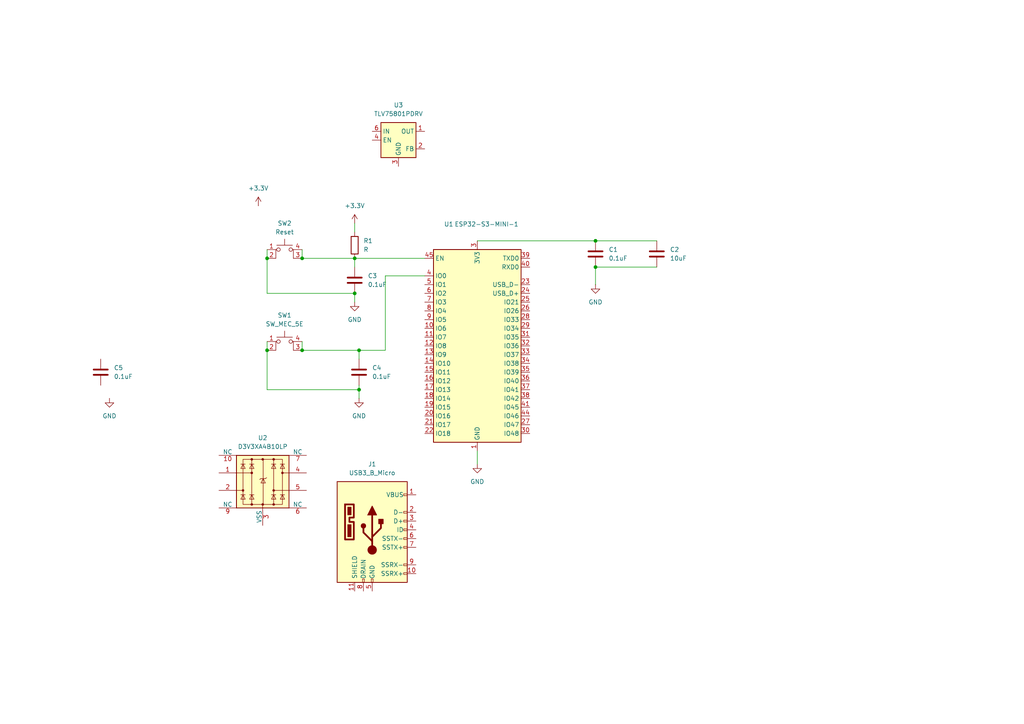
<source format=kicad_sch>
(kicad_sch
	(version 20231120)
	(generator "eeschema")
	(generator_version "8.0")
	(uuid "9ee8dbd2-fb4d-47e6-81a3-360b155236fe")
	(paper "A4")
	(lib_symbols
		(symbol "Connector:USB3_B_Micro"
			(pin_names
				(offset 1.016)
			)
			(exclude_from_sim no)
			(in_bom yes)
			(on_board yes)
			(property "Reference" "J"
				(at -10.16 15.24 0)
				(effects
					(font
						(size 1.27 1.27)
					)
					(justify left)
				)
			)
			(property "Value" "USB3_B_Micro"
				(at 10.16 15.24 0)
				(effects
					(font
						(size 1.27 1.27)
					)
					(justify right)
				)
			)
			(property "Footprint" ""
				(at 3.81 3.81 0)
				(effects
					(font
						(size 1.27 1.27)
					)
					(hide yes)
				)
			)
			(property "Datasheet" "~"
				(at 3.81 5.08 0)
				(effects
					(font
						(size 1.27 1.27)
					)
					(hide yes)
				)
			)
			(property "Description" "USB 3.0 Micro-B connector"
				(at 0 0 0)
				(effects
					(font
						(size 1.27 1.27)
					)
					(hide yes)
				)
			)
			(property "ki_keywords" "usb universal serial bus"
				(at 0 0 0)
				(effects
					(font
						(size 1.27 1.27)
					)
					(hide yes)
				)
			)
			(symbol "USB3_B_Micro_0_0"
				(rectangle
					(start -2.794 -15.24)
					(end -2.286 -14.224)
					(stroke
						(width 0)
						(type default)
					)
					(fill
						(type none)
					)
				)
				(rectangle
					(start -0.254 -15.24)
					(end 0.254 -14.224)
					(stroke
						(width 0)
						(type default)
					)
					(fill
						(type none)
					)
				)
				(rectangle
					(start 10.16 -12.446)
					(end 9.144 -12.954)
					(stroke
						(width 0)
						(type default)
					)
					(fill
						(type none)
					)
				)
				(rectangle
					(start 10.16 -9.906)
					(end 9.144 -10.414)
					(stroke
						(width 0)
						(type default)
					)
					(fill
						(type none)
					)
				)
				(rectangle
					(start 10.16 -4.826)
					(end 9.144 -5.334)
					(stroke
						(width 0)
						(type default)
					)
					(fill
						(type none)
					)
				)
				(rectangle
					(start 10.16 -2.286)
					(end 9.144 -2.794)
					(stroke
						(width 0)
						(type default)
					)
					(fill
						(type none)
					)
				)
				(rectangle
					(start 10.16 0.254)
					(end 9.144 -0.254)
					(stroke
						(width 0)
						(type default)
					)
					(fill
						(type none)
					)
				)
				(rectangle
					(start 10.16 2.794)
					(end 9.144 2.286)
					(stroke
						(width 0)
						(type default)
					)
					(fill
						(type none)
					)
				)
				(rectangle
					(start 10.16 5.334)
					(end 9.144 4.826)
					(stroke
						(width 0)
						(type default)
					)
					(fill
						(type none)
					)
				)
				(rectangle
					(start 10.16 10.414)
					(end 9.144 9.906)
					(stroke
						(width 0)
						(type default)
					)
					(fill
						(type none)
					)
				)
			)
			(symbol "USB3_B_Micro_0_1"
				(rectangle
					(start -10.16 13.97)
					(end 10.16 -15.24)
					(stroke
						(width 0.254)
						(type default)
					)
					(fill
						(type background)
					)
				)
				(rectangle
					(start -7.112 1.524)
					(end -6.096 -2.032)
					(stroke
						(width 0)
						(type default)
					)
					(fill
						(type outline)
					)
				)
				(rectangle
					(start -7.112 6.604)
					(end -6.096 4.318)
					(stroke
						(width 0)
						(type default)
					)
					(fill
						(type outline)
					)
				)
				(polyline
					(pts
						(xy -7.874 7.366) (xy -7.874 -2.794) (xy -5.334 -2.794) (xy -5.334 2.286) (xy -6.604 2.286) (xy -6.604 3.556)
						(xy -5.334 3.556) (xy -5.334 7.366) (xy -7.874 7.366)
					)
					(stroke
						(width 0.508)
						(type default)
					)
					(fill
						(type none)
					)
				)
			)
			(symbol "USB3_B_Micro_1_1"
				(circle
					(center -2.54 1.143)
					(radius 0.635)
					(stroke
						(width 0.254)
						(type default)
					)
					(fill
						(type outline)
					)
				)
				(circle
					(center 0 -5.842)
					(radius 1.27)
					(stroke
						(width 0)
						(type default)
					)
					(fill
						(type outline)
					)
				)
				(polyline
					(pts
						(xy 0 -5.842) (xy 0 4.318)
					)
					(stroke
						(width 0.508)
						(type default)
					)
					(fill
						(type none)
					)
				)
				(polyline
					(pts
						(xy 0 -3.302) (xy -2.54 -0.762) (xy -2.54 0.508)
					)
					(stroke
						(width 0.508)
						(type default)
					)
					(fill
						(type none)
					)
				)
				(polyline
					(pts
						(xy 0 -2.032) (xy 2.54 0.508) (xy 2.54 1.778)
					)
					(stroke
						(width 0.508)
						(type default)
					)
					(fill
						(type none)
					)
				)
				(polyline
					(pts
						(xy -1.27 4.318) (xy 0 6.858) (xy 1.27 4.318) (xy -1.27 4.318)
					)
					(stroke
						(width 0.254)
						(type default)
					)
					(fill
						(type outline)
					)
				)
				(rectangle
					(start 1.905 1.778)
					(end 3.175 3.048)
					(stroke
						(width 0.254)
						(type default)
					)
					(fill
						(type outline)
					)
				)
				(pin power_out line
					(at 12.7 10.16 180)
					(length 2.54)
					(name "VBUS"
						(effects
							(font
								(size 1.27 1.27)
							)
						)
					)
					(number "1"
						(effects
							(font
								(size 1.27 1.27)
							)
						)
					)
				)
				(pin input line
					(at 12.7 -12.7 180)
					(length 2.54)
					(name "SSRX+"
						(effects
							(font
								(size 1.27 1.27)
							)
						)
					)
					(number "10"
						(effects
							(font
								(size 1.27 1.27)
							)
						)
					)
				)
				(pin passive line
					(at -5.08 -17.78 90)
					(length 2.54)
					(name "SHIELD"
						(effects
							(font
								(size 1.27 1.27)
							)
						)
					)
					(number "11"
						(effects
							(font
								(size 1.27 1.27)
							)
						)
					)
				)
				(pin bidirectional line
					(at 12.7 5.08 180)
					(length 2.54)
					(name "D-"
						(effects
							(font
								(size 1.27 1.27)
							)
						)
					)
					(number "2"
						(effects
							(font
								(size 1.27 1.27)
							)
						)
					)
				)
				(pin bidirectional line
					(at 12.7 2.54 180)
					(length 2.54)
					(name "D+"
						(effects
							(font
								(size 1.27 1.27)
							)
						)
					)
					(number "3"
						(effects
							(font
								(size 1.27 1.27)
							)
						)
					)
				)
				(pin passive line
					(at 12.7 0 180)
					(length 2.54)
					(name "ID"
						(effects
							(font
								(size 1.27 1.27)
							)
						)
					)
					(number "4"
						(effects
							(font
								(size 1.27 1.27)
							)
						)
					)
				)
				(pin power_out line
					(at 0 -17.78 90)
					(length 2.54)
					(name "GND"
						(effects
							(font
								(size 1.27 1.27)
							)
						)
					)
					(number "5"
						(effects
							(font
								(size 1.27 1.27)
							)
						)
					)
				)
				(pin output line
					(at 12.7 -2.54 180)
					(length 2.54)
					(name "SSTX-"
						(effects
							(font
								(size 1.27 1.27)
							)
						)
					)
					(number "6"
						(effects
							(font
								(size 1.27 1.27)
							)
						)
					)
				)
				(pin output line
					(at 12.7 -5.08 180)
					(length 2.54)
					(name "SSTX+"
						(effects
							(font
								(size 1.27 1.27)
							)
						)
					)
					(number "7"
						(effects
							(font
								(size 1.27 1.27)
							)
						)
					)
				)
				(pin passive line
					(at -2.54 -17.78 90)
					(length 2.54)
					(name "DRAIN"
						(effects
							(font
								(size 1.27 1.27)
							)
						)
					)
					(number "8"
						(effects
							(font
								(size 1.27 1.27)
							)
						)
					)
				)
				(pin input line
					(at 12.7 -10.16 180)
					(length 2.54)
					(name "SSRX-"
						(effects
							(font
								(size 1.27 1.27)
							)
						)
					)
					(number "9"
						(effects
							(font
								(size 1.27 1.27)
							)
						)
					)
				)
			)
		)
		(symbol "Device:C"
			(pin_numbers hide)
			(pin_names
				(offset 0.254)
			)
			(exclude_from_sim no)
			(in_bom yes)
			(on_board yes)
			(property "Reference" "C"
				(at 0.635 2.54 0)
				(effects
					(font
						(size 1.27 1.27)
					)
					(justify left)
				)
			)
			(property "Value" "C"
				(at 0.635 -2.54 0)
				(effects
					(font
						(size 1.27 1.27)
					)
					(justify left)
				)
			)
			(property "Footprint" ""
				(at 0.9652 -3.81 0)
				(effects
					(font
						(size 1.27 1.27)
					)
					(hide yes)
				)
			)
			(property "Datasheet" "~"
				(at 0 0 0)
				(effects
					(font
						(size 1.27 1.27)
					)
					(hide yes)
				)
			)
			(property "Description" "Unpolarized capacitor"
				(at 0 0 0)
				(effects
					(font
						(size 1.27 1.27)
					)
					(hide yes)
				)
			)
			(property "ki_keywords" "cap capacitor"
				(at 0 0 0)
				(effects
					(font
						(size 1.27 1.27)
					)
					(hide yes)
				)
			)
			(property "ki_fp_filters" "C_*"
				(at 0 0 0)
				(effects
					(font
						(size 1.27 1.27)
					)
					(hide yes)
				)
			)
			(symbol "C_0_1"
				(polyline
					(pts
						(xy -2.032 -0.762) (xy 2.032 -0.762)
					)
					(stroke
						(width 0.508)
						(type default)
					)
					(fill
						(type none)
					)
				)
				(polyline
					(pts
						(xy -2.032 0.762) (xy 2.032 0.762)
					)
					(stroke
						(width 0.508)
						(type default)
					)
					(fill
						(type none)
					)
				)
			)
			(symbol "C_1_1"
				(pin passive line
					(at 0 3.81 270)
					(length 2.794)
					(name "~"
						(effects
							(font
								(size 1.27 1.27)
							)
						)
					)
					(number "1"
						(effects
							(font
								(size 1.27 1.27)
							)
						)
					)
				)
				(pin passive line
					(at 0 -3.81 90)
					(length 2.794)
					(name "~"
						(effects
							(font
								(size 1.27 1.27)
							)
						)
					)
					(number "2"
						(effects
							(font
								(size 1.27 1.27)
							)
						)
					)
				)
			)
		)
		(symbol "Device:R"
			(pin_numbers hide)
			(pin_names
				(offset 0)
			)
			(exclude_from_sim no)
			(in_bom yes)
			(on_board yes)
			(property "Reference" "R"
				(at 2.032 0 90)
				(effects
					(font
						(size 1.27 1.27)
					)
				)
			)
			(property "Value" "R"
				(at 0 0 90)
				(effects
					(font
						(size 1.27 1.27)
					)
				)
			)
			(property "Footprint" ""
				(at -1.778 0 90)
				(effects
					(font
						(size 1.27 1.27)
					)
					(hide yes)
				)
			)
			(property "Datasheet" "~"
				(at 0 0 0)
				(effects
					(font
						(size 1.27 1.27)
					)
					(hide yes)
				)
			)
			(property "Description" "Resistor"
				(at 0 0 0)
				(effects
					(font
						(size 1.27 1.27)
					)
					(hide yes)
				)
			)
			(property "ki_keywords" "R res resistor"
				(at 0 0 0)
				(effects
					(font
						(size 1.27 1.27)
					)
					(hide yes)
				)
			)
			(property "ki_fp_filters" "R_*"
				(at 0 0 0)
				(effects
					(font
						(size 1.27 1.27)
					)
					(hide yes)
				)
			)
			(symbol "R_0_1"
				(rectangle
					(start -1.016 -2.54)
					(end 1.016 2.54)
					(stroke
						(width 0.254)
						(type default)
					)
					(fill
						(type none)
					)
				)
			)
			(symbol "R_1_1"
				(pin passive line
					(at 0 3.81 270)
					(length 1.27)
					(name "~"
						(effects
							(font
								(size 1.27 1.27)
							)
						)
					)
					(number "1"
						(effects
							(font
								(size 1.27 1.27)
							)
						)
					)
				)
				(pin passive line
					(at 0 -3.81 90)
					(length 1.27)
					(name "~"
						(effects
							(font
								(size 1.27 1.27)
							)
						)
					)
					(number "2"
						(effects
							(font
								(size 1.27 1.27)
							)
						)
					)
				)
			)
		)
		(symbol "Power_Protection:D3V3XA4B10LP"
			(pin_names
				(offset 0)
			)
			(exclude_from_sim no)
			(in_bom yes)
			(on_board yes)
			(property "Reference" "U"
				(at -0.635 8.89 0)
				(effects
					(font
						(size 1.27 1.27)
					)
				)
			)
			(property "Value" "D3V3XA4B10LP"
				(at 8.89 -10.16 0)
				(effects
					(font
						(size 1.27 1.27)
					)
				)
			)
			(property "Footprint" "Package_DFN_QFN:Diodes_UDFN-10_1.0x2.5mm_P0.5mm"
				(at -24.13 -10.16 0)
				(effects
					(font
						(size 1.27 1.27)
					)
					(hide yes)
				)
			)
			(property "Datasheet" "https://www.diodes.com/assets/Datasheets/D3V3XA4B10LP.pdf"
				(at 0 0 0)
				(effects
					(font
						(size 1.27 1.27)
					)
					(hide yes)
				)
			)
			(property "Description" "4-Channel Low Capacitance TVS Diode Array, DFN-10"
				(at 0 0 0)
				(effects
					(font
						(size 1.27 1.27)
					)
					(hide yes)
				)
			)
			(property "ki_keywords" "ESD protection TVS"
				(at 0 0 0)
				(effects
					(font
						(size 1.27 1.27)
					)
					(hide yes)
				)
			)
			(property "ki_fp_filters" "Diodes*UDFN*1.0x2.5mm*P0.5mm*"
				(at 0 0 0)
				(effects
					(font
						(size 1.27 1.27)
					)
					(hide yes)
				)
			)
			(symbol "D3V3XA4B10LP_0_0"
				(rectangle
					(start -5.715 6.477)
					(end 5.715 -6.604)
					(stroke
						(width 0)
						(type default)
					)
					(fill
						(type none)
					)
				)
				(polyline
					(pts
						(xy -3.175 -6.604) (xy -3.175 6.477)
					)
					(stroke
						(width 0)
						(type default)
					)
					(fill
						(type none)
					)
				)
				(polyline
					(pts
						(xy 0.127 6.477) (xy 0.127 -6.604)
					)
					(stroke
						(width 0)
						(type default)
					)
					(fill
						(type none)
					)
				)
				(polyline
					(pts
						(xy 3.175 6.477) (xy 3.175 -6.604)
					)
					(stroke
						(width 0)
						(type default)
					)
					(fill
						(type none)
					)
				)
			)
			(symbol "D3V3XA4B10LP_0_1"
				(rectangle
					(start -7.62 7.62)
					(end 7.62 -7.62)
					(stroke
						(width 0.254)
						(type default)
					)
					(fill
						(type background)
					)
				)
				(circle
					(center -5.715 -2.54)
					(radius 0.2794)
					(stroke
						(width 0)
						(type default)
					)
					(fill
						(type outline)
					)
				)
				(circle
					(center -3.175 -6.604)
					(radius 0.2794)
					(stroke
						(width 0)
						(type default)
					)
					(fill
						(type outline)
					)
				)
				(circle
					(center -3.175 2.54)
					(radius 0.2794)
					(stroke
						(width 0)
						(type default)
					)
					(fill
						(type outline)
					)
				)
				(circle
					(center -3.175 6.477)
					(radius 0.2794)
					(stroke
						(width 0)
						(type default)
					)
					(fill
						(type outline)
					)
				)
				(circle
					(center 0 -6.604)
					(radius 0.2794)
					(stroke
						(width 0)
						(type default)
					)
					(fill
						(type outline)
					)
				)
				(polyline
					(pts
						(xy -7.747 2.54) (xy -3.175 2.54)
					)
					(stroke
						(width 0)
						(type default)
					)
					(fill
						(type none)
					)
				)
				(polyline
					(pts
						(xy -7.62 -2.54) (xy -5.715 -2.54)
					)
					(stroke
						(width 0)
						(type default)
					)
					(fill
						(type none)
					)
				)
				(polyline
					(pts
						(xy -5.08 -3.81) (xy -6.35 -3.81)
					)
					(stroke
						(width 0)
						(type default)
					)
					(fill
						(type none)
					)
				)
				(polyline
					(pts
						(xy -5.08 5.08) (xy -6.35 5.08)
					)
					(stroke
						(width 0)
						(type default)
					)
					(fill
						(type none)
					)
				)
				(polyline
					(pts
						(xy -2.54 -3.81) (xy -3.81 -3.81)
					)
					(stroke
						(width 0)
						(type default)
					)
					(fill
						(type none)
					)
				)
				(polyline
					(pts
						(xy -2.54 5.08) (xy -3.81 5.08)
					)
					(stroke
						(width 0)
						(type default)
					)
					(fill
						(type none)
					)
				)
				(polyline
					(pts
						(xy -0.508 0.889) (xy -0.889 0.635)
					)
					(stroke
						(width 0)
						(type default)
					)
					(fill
						(type none)
					)
				)
				(polyline
					(pts
						(xy 0 -6.604) (xy 0 -7.62)
					)
					(stroke
						(width 0)
						(type default)
					)
					(fill
						(type none)
					)
				)
				(polyline
					(pts
						(xy 0.762 0.889) (xy -0.508 0.889)
					)
					(stroke
						(width 0)
						(type default)
					)
					(fill
						(type none)
					)
				)
				(polyline
					(pts
						(xy 0.762 0.889) (xy 1.143 1.143)
					)
					(stroke
						(width 0)
						(type default)
					)
					(fill
						(type none)
					)
				)
				(polyline
					(pts
						(xy 3.81 -3.81) (xy 2.54 -3.81)
					)
					(stroke
						(width 0)
						(type default)
					)
					(fill
						(type none)
					)
				)
				(polyline
					(pts
						(xy 3.81 5.08) (xy 2.54 5.08)
					)
					(stroke
						(width 0)
						(type default)
					)
					(fill
						(type none)
					)
				)
				(polyline
					(pts
						(xy 6.35 -3.81) (xy 5.08 -3.81)
					)
					(stroke
						(width 0)
						(type default)
					)
					(fill
						(type none)
					)
				)
				(polyline
					(pts
						(xy 6.35 5.08) (xy 5.08 5.08)
					)
					(stroke
						(width 0)
						(type default)
					)
					(fill
						(type none)
					)
				)
				(polyline
					(pts
						(xy 7.62 -2.54) (xy 3.175 -2.54)
					)
					(stroke
						(width 0)
						(type default)
					)
					(fill
						(type none)
					)
				)
				(polyline
					(pts
						(xy 7.62 2.54) (xy 5.715 2.54)
					)
					(stroke
						(width 0)
						(type default)
					)
					(fill
						(type none)
					)
				)
				(polyline
					(pts
						(xy -5.08 -5.08) (xy -6.35 -5.08) (xy -5.715 -3.81) (xy -5.08 -5.08)
					)
					(stroke
						(width 0)
						(type default)
					)
					(fill
						(type none)
					)
				)
				(polyline
					(pts
						(xy -5.08 3.81) (xy -6.35 3.81) (xy -5.715 5.08) (xy -5.08 3.81)
					)
					(stroke
						(width 0)
						(type default)
					)
					(fill
						(type none)
					)
				)
				(polyline
					(pts
						(xy -2.54 -5.08) (xy -3.81 -5.08) (xy -3.175 -3.81) (xy -2.54 -5.08)
					)
					(stroke
						(width 0)
						(type default)
					)
					(fill
						(type none)
					)
				)
				(polyline
					(pts
						(xy -2.54 3.81) (xy -3.81 3.81) (xy -3.175 5.08) (xy -2.54 3.81)
					)
					(stroke
						(width 0)
						(type default)
					)
					(fill
						(type none)
					)
				)
				(polyline
					(pts
						(xy 0.762 -0.381) (xy -0.508 -0.381) (xy 0.127 0.889) (xy 0.762 -0.381)
					)
					(stroke
						(width 0)
						(type default)
					)
					(fill
						(type none)
					)
				)
				(polyline
					(pts
						(xy 3.81 -5.08) (xy 2.54 -5.08) (xy 3.175 -3.81) (xy 3.81 -5.08)
					)
					(stroke
						(width 0)
						(type default)
					)
					(fill
						(type none)
					)
				)
				(polyline
					(pts
						(xy 3.81 3.81) (xy 2.54 3.81) (xy 3.175 5.08) (xy 3.81 3.81)
					)
					(stroke
						(width 0)
						(type default)
					)
					(fill
						(type none)
					)
				)
				(polyline
					(pts
						(xy 6.35 -5.08) (xy 5.08 -5.08) (xy 5.715 -3.81) (xy 6.35 -5.08)
					)
					(stroke
						(width 0)
						(type default)
					)
					(fill
						(type none)
					)
				)
				(polyline
					(pts
						(xy 6.35 3.81) (xy 5.08 3.81) (xy 5.715 5.08) (xy 6.35 3.81)
					)
					(stroke
						(width 0)
						(type default)
					)
					(fill
						(type none)
					)
				)
				(circle
					(center 0 6.477)
					(radius 0.2794)
					(stroke
						(width 0)
						(type default)
					)
					(fill
						(type outline)
					)
				)
				(circle
					(center 3.175 -6.604)
					(radius 0.2794)
					(stroke
						(width 0)
						(type default)
					)
					(fill
						(type outline)
					)
				)
				(circle
					(center 3.175 -2.54)
					(radius 0.2794)
					(stroke
						(width 0)
						(type default)
					)
					(fill
						(type outline)
					)
				)
				(circle
					(center 3.175 6.477)
					(radius 0.2794)
					(stroke
						(width 0)
						(type default)
					)
					(fill
						(type outline)
					)
				)
				(circle
					(center 5.715 2.54)
					(radius 0.2794)
					(stroke
						(width 0)
						(type default)
					)
					(fill
						(type outline)
					)
				)
			)
			(symbol "D3V3XA4B10LP_1_1"
				(pin passive line
					(at -12.7 2.54 0)
					(length 5.08)
					(name "~"
						(effects
							(font
								(size 1.27 1.27)
							)
						)
					)
					(number "1"
						(effects
							(font
								(size 1.27 1.27)
							)
						)
					)
				)
				(pin free line
					(at -12.7 7.62 0)
					(length 5.08)
					(name "NC"
						(effects
							(font
								(size 1.27 1.27)
							)
						)
					)
					(number "10"
						(effects
							(font
								(size 1.27 1.27)
							)
						)
					)
				)
				(pin passive line
					(at -12.7 -2.54 0)
					(length 5.08)
					(name "~"
						(effects
							(font
								(size 1.27 1.27)
							)
						)
					)
					(number "2"
						(effects
							(font
								(size 1.27 1.27)
							)
						)
					)
				)
				(pin power_in line
					(at 0 -12.7 90)
					(length 5.08)
					(name "VSS"
						(effects
							(font
								(size 1.27 1.27)
							)
						)
					)
					(number "3"
						(effects
							(font
								(size 1.27 1.27)
							)
						)
					)
				)
				(pin passive line
					(at 12.7 2.54 180)
					(length 5.08)
					(name "~"
						(effects
							(font
								(size 1.27 1.27)
							)
						)
					)
					(number "4"
						(effects
							(font
								(size 1.27 1.27)
							)
						)
					)
				)
				(pin passive line
					(at 12.7 -2.54 180)
					(length 5.08)
					(name "~"
						(effects
							(font
								(size 1.27 1.27)
							)
						)
					)
					(number "5"
						(effects
							(font
								(size 1.27 1.27)
							)
						)
					)
				)
				(pin free line
					(at 12.7 -7.62 180)
					(length 5.08)
					(name "NC"
						(effects
							(font
								(size 1.27 1.27)
							)
						)
					)
					(number "6"
						(effects
							(font
								(size 1.27 1.27)
							)
						)
					)
				)
				(pin free line
					(at 12.7 7.62 180)
					(length 5.08)
					(name "NC"
						(effects
							(font
								(size 1.27 1.27)
							)
						)
					)
					(number "7"
						(effects
							(font
								(size 1.27 1.27)
							)
						)
					)
				)
				(pin passive line
					(at 0 -12.7 90)
					(length 5.08) hide
					(name "VSS"
						(effects
							(font
								(size 1.27 1.27)
							)
						)
					)
					(number "8"
						(effects
							(font
								(size 1.27 1.27)
							)
						)
					)
				)
				(pin free line
					(at -12.7 -7.62 0)
					(length 5.08)
					(name "NC"
						(effects
							(font
								(size 1.27 1.27)
							)
						)
					)
					(number "9"
						(effects
							(font
								(size 1.27 1.27)
							)
						)
					)
				)
			)
		)
		(symbol "RF_Module:ESP32-S3-MINI-1"
			(exclude_from_sim no)
			(in_bom yes)
			(on_board yes)
			(property "Reference" "U"
				(at -11.43 29.21 0)
				(effects
					(font
						(size 1.27 1.27)
					)
				)
			)
			(property "Value" "ESP32-S3-MINI-1"
				(at 12.7 29.21 0)
				(effects
					(font
						(size 1.27 1.27)
					)
				)
			)
			(property "Footprint" "RF_Module:ESP32-S2-MINI-1"
				(at 15.24 -29.21 0)
				(effects
					(font
						(size 1.27 1.27)
					)
					(hide yes)
				)
			)
			(property "Datasheet" "https://www.espressif.com/sites/default/files/documentation/esp32-s3-mini-1_mini-1u_datasheet_en.pdf"
				(at 0 40.64 0)
				(effects
					(font
						(size 1.27 1.27)
					)
					(hide yes)
				)
			)
			(property "Description" "RF Module, ESP32-S3 SoC, Wi-Fi 802.11b/g/n, Bluetooth, BLE, 32-bit, 3.3V, SMD, onboard antenna"
				(at 0 43.18 0)
				(effects
					(font
						(size 1.27 1.27)
					)
					(hide yes)
				)
			)
			(property "ki_keywords" "RF Radio BT ESP ESP32-S3 Espressif"
				(at 0 0 0)
				(effects
					(font
						(size 1.27 1.27)
					)
					(hide yes)
				)
			)
			(property "ki_fp_filters" "ESP32?S*MINI?1"
				(at 0 0 0)
				(effects
					(font
						(size 1.27 1.27)
					)
					(hide yes)
				)
			)
			(symbol "ESP32-S3-MINI-1_0_1"
				(rectangle
					(start -12.7 27.94)
					(end 12.7 -27.94)
					(stroke
						(width 0.254)
						(type default)
					)
					(fill
						(type background)
					)
				)
			)
			(symbol "ESP32-S3-MINI-1_1_1"
				(pin power_in line
					(at 0 -30.48 90)
					(length 2.54)
					(name "GND"
						(effects
							(font
								(size 1.27 1.27)
							)
						)
					)
					(number "1"
						(effects
							(font
								(size 1.27 1.27)
							)
						)
					)
				)
				(pin bidirectional line
					(at -15.24 5.08 0)
					(length 2.54)
					(name "IO6"
						(effects
							(font
								(size 1.27 1.27)
							)
						)
					)
					(number "10"
						(effects
							(font
								(size 1.27 1.27)
							)
						)
					)
				)
				(pin bidirectional line
					(at -15.24 2.54 0)
					(length 2.54)
					(name "IO7"
						(effects
							(font
								(size 1.27 1.27)
							)
						)
					)
					(number "11"
						(effects
							(font
								(size 1.27 1.27)
							)
						)
					)
				)
				(pin bidirectional line
					(at -15.24 0 0)
					(length 2.54)
					(name "IO8"
						(effects
							(font
								(size 1.27 1.27)
							)
						)
					)
					(number "12"
						(effects
							(font
								(size 1.27 1.27)
							)
						)
					)
				)
				(pin bidirectional line
					(at -15.24 -2.54 0)
					(length 2.54)
					(name "IO9"
						(effects
							(font
								(size 1.27 1.27)
							)
						)
					)
					(number "13"
						(effects
							(font
								(size 1.27 1.27)
							)
						)
					)
				)
				(pin bidirectional line
					(at -15.24 -5.08 0)
					(length 2.54)
					(name "IO10"
						(effects
							(font
								(size 1.27 1.27)
							)
						)
					)
					(number "14"
						(effects
							(font
								(size 1.27 1.27)
							)
						)
					)
				)
				(pin bidirectional line
					(at -15.24 -7.62 0)
					(length 2.54)
					(name "IO11"
						(effects
							(font
								(size 1.27 1.27)
							)
						)
					)
					(number "15"
						(effects
							(font
								(size 1.27 1.27)
							)
						)
					)
				)
				(pin bidirectional line
					(at -15.24 -10.16 0)
					(length 2.54)
					(name "IO12"
						(effects
							(font
								(size 1.27 1.27)
							)
						)
					)
					(number "16"
						(effects
							(font
								(size 1.27 1.27)
							)
						)
					)
				)
				(pin bidirectional line
					(at -15.24 -12.7 0)
					(length 2.54)
					(name "IO13"
						(effects
							(font
								(size 1.27 1.27)
							)
						)
					)
					(number "17"
						(effects
							(font
								(size 1.27 1.27)
							)
						)
					)
				)
				(pin bidirectional line
					(at -15.24 -15.24 0)
					(length 2.54)
					(name "IO14"
						(effects
							(font
								(size 1.27 1.27)
							)
						)
					)
					(number "18"
						(effects
							(font
								(size 1.27 1.27)
							)
						)
					)
				)
				(pin bidirectional line
					(at -15.24 -17.78 0)
					(length 2.54)
					(name "IO15"
						(effects
							(font
								(size 1.27 1.27)
							)
						)
					)
					(number "19"
						(effects
							(font
								(size 1.27 1.27)
							)
						)
					)
				)
				(pin passive line
					(at 0 -30.48 90)
					(length 2.54) hide
					(name "GND"
						(effects
							(font
								(size 1.27 1.27)
							)
						)
					)
					(number "2"
						(effects
							(font
								(size 1.27 1.27)
							)
						)
					)
				)
				(pin bidirectional line
					(at -15.24 -20.32 0)
					(length 2.54)
					(name "IO16"
						(effects
							(font
								(size 1.27 1.27)
							)
						)
					)
					(number "20"
						(effects
							(font
								(size 1.27 1.27)
							)
						)
					)
				)
				(pin bidirectional line
					(at -15.24 -22.86 0)
					(length 2.54)
					(name "IO17"
						(effects
							(font
								(size 1.27 1.27)
							)
						)
					)
					(number "21"
						(effects
							(font
								(size 1.27 1.27)
							)
						)
					)
				)
				(pin bidirectional line
					(at -15.24 -25.4 0)
					(length 2.54)
					(name "IO18"
						(effects
							(font
								(size 1.27 1.27)
							)
						)
					)
					(number "22"
						(effects
							(font
								(size 1.27 1.27)
							)
						)
					)
				)
				(pin bidirectional line
					(at 15.24 17.78 180)
					(length 2.54)
					(name "USB_D-"
						(effects
							(font
								(size 1.27 1.27)
							)
						)
					)
					(number "23"
						(effects
							(font
								(size 1.27 1.27)
							)
						)
					)
					(alternate "IO19" bidirectional line)
				)
				(pin bidirectional line
					(at 15.24 15.24 180)
					(length 2.54)
					(name "USB_D+"
						(effects
							(font
								(size 1.27 1.27)
							)
						)
					)
					(number "24"
						(effects
							(font
								(size 1.27 1.27)
							)
						)
					)
					(alternate "IO20" bidirectional line)
				)
				(pin bidirectional line
					(at 15.24 12.7 180)
					(length 2.54)
					(name "IO21"
						(effects
							(font
								(size 1.27 1.27)
							)
						)
					)
					(number "25"
						(effects
							(font
								(size 1.27 1.27)
							)
						)
					)
				)
				(pin bidirectional line
					(at 15.24 10.16 180)
					(length 2.54)
					(name "IO26"
						(effects
							(font
								(size 1.27 1.27)
							)
						)
					)
					(number "26"
						(effects
							(font
								(size 1.27 1.27)
							)
						)
					)
				)
				(pin bidirectional line
					(at 15.24 -22.86 180)
					(length 2.54)
					(name "IO47"
						(effects
							(font
								(size 1.27 1.27)
							)
						)
					)
					(number "27"
						(effects
							(font
								(size 1.27 1.27)
							)
						)
					)
				)
				(pin bidirectional line
					(at 15.24 7.62 180)
					(length 2.54)
					(name "IO33"
						(effects
							(font
								(size 1.27 1.27)
							)
						)
					)
					(number "28"
						(effects
							(font
								(size 1.27 1.27)
							)
						)
					)
				)
				(pin bidirectional line
					(at 15.24 5.08 180)
					(length 2.54)
					(name "IO34"
						(effects
							(font
								(size 1.27 1.27)
							)
						)
					)
					(number "29"
						(effects
							(font
								(size 1.27 1.27)
							)
						)
					)
				)
				(pin power_in line
					(at 0 30.48 270)
					(length 2.54)
					(name "3V3"
						(effects
							(font
								(size 1.27 1.27)
							)
						)
					)
					(number "3"
						(effects
							(font
								(size 1.27 1.27)
							)
						)
					)
				)
				(pin bidirectional line
					(at 15.24 -25.4 180)
					(length 2.54)
					(name "IO48"
						(effects
							(font
								(size 1.27 1.27)
							)
						)
					)
					(number "30"
						(effects
							(font
								(size 1.27 1.27)
							)
						)
					)
				)
				(pin bidirectional line
					(at 15.24 2.54 180)
					(length 2.54)
					(name "IO35"
						(effects
							(font
								(size 1.27 1.27)
							)
						)
					)
					(number "31"
						(effects
							(font
								(size 1.27 1.27)
							)
						)
					)
				)
				(pin bidirectional line
					(at 15.24 0 180)
					(length 2.54)
					(name "IO36"
						(effects
							(font
								(size 1.27 1.27)
							)
						)
					)
					(number "32"
						(effects
							(font
								(size 1.27 1.27)
							)
						)
					)
				)
				(pin bidirectional line
					(at 15.24 -2.54 180)
					(length 2.54)
					(name "IO37"
						(effects
							(font
								(size 1.27 1.27)
							)
						)
					)
					(number "33"
						(effects
							(font
								(size 1.27 1.27)
							)
						)
					)
				)
				(pin bidirectional line
					(at 15.24 -5.08 180)
					(length 2.54)
					(name "IO38"
						(effects
							(font
								(size 1.27 1.27)
							)
						)
					)
					(number "34"
						(effects
							(font
								(size 1.27 1.27)
							)
						)
					)
				)
				(pin bidirectional line
					(at 15.24 -7.62 180)
					(length 2.54)
					(name "IO39"
						(effects
							(font
								(size 1.27 1.27)
							)
						)
					)
					(number "35"
						(effects
							(font
								(size 1.27 1.27)
							)
						)
					)
				)
				(pin bidirectional line
					(at 15.24 -10.16 180)
					(length 2.54)
					(name "IO40"
						(effects
							(font
								(size 1.27 1.27)
							)
						)
					)
					(number "36"
						(effects
							(font
								(size 1.27 1.27)
							)
						)
					)
				)
				(pin bidirectional line
					(at 15.24 -12.7 180)
					(length 2.54)
					(name "IO41"
						(effects
							(font
								(size 1.27 1.27)
							)
						)
					)
					(number "37"
						(effects
							(font
								(size 1.27 1.27)
							)
						)
					)
				)
				(pin bidirectional line
					(at 15.24 -15.24 180)
					(length 2.54)
					(name "IO42"
						(effects
							(font
								(size 1.27 1.27)
							)
						)
					)
					(number "38"
						(effects
							(font
								(size 1.27 1.27)
							)
						)
					)
				)
				(pin bidirectional line
					(at 15.24 25.4 180)
					(length 2.54)
					(name "TXD0"
						(effects
							(font
								(size 1.27 1.27)
							)
						)
					)
					(number "39"
						(effects
							(font
								(size 1.27 1.27)
							)
						)
					)
				)
				(pin bidirectional line
					(at -15.24 20.32 0)
					(length 2.54)
					(name "IO0"
						(effects
							(font
								(size 1.27 1.27)
							)
						)
					)
					(number "4"
						(effects
							(font
								(size 1.27 1.27)
							)
						)
					)
				)
				(pin bidirectional line
					(at 15.24 22.86 180)
					(length 2.54)
					(name "RXD0"
						(effects
							(font
								(size 1.27 1.27)
							)
						)
					)
					(number "40"
						(effects
							(font
								(size 1.27 1.27)
							)
						)
					)
				)
				(pin bidirectional line
					(at 15.24 -17.78 180)
					(length 2.54)
					(name "IO45"
						(effects
							(font
								(size 1.27 1.27)
							)
						)
					)
					(number "41"
						(effects
							(font
								(size 1.27 1.27)
							)
						)
					)
				)
				(pin passive line
					(at 0 -30.48 90)
					(length 2.54) hide
					(name "GND"
						(effects
							(font
								(size 1.27 1.27)
							)
						)
					)
					(number "42"
						(effects
							(font
								(size 1.27 1.27)
							)
						)
					)
				)
				(pin passive line
					(at 0 -30.48 90)
					(length 2.54) hide
					(name "GND"
						(effects
							(font
								(size 1.27 1.27)
							)
						)
					)
					(number "43"
						(effects
							(font
								(size 1.27 1.27)
							)
						)
					)
				)
				(pin bidirectional line
					(at 15.24 -20.32 180)
					(length 2.54)
					(name "IO46"
						(effects
							(font
								(size 1.27 1.27)
							)
						)
					)
					(number "44"
						(effects
							(font
								(size 1.27 1.27)
							)
						)
					)
				)
				(pin input line
					(at -15.24 25.4 0)
					(length 2.54)
					(name "EN"
						(effects
							(font
								(size 1.27 1.27)
							)
						)
					)
					(number "45"
						(effects
							(font
								(size 1.27 1.27)
							)
						)
					)
				)
				(pin passive line
					(at 0 -30.48 90)
					(length 2.54) hide
					(name "GND"
						(effects
							(font
								(size 1.27 1.27)
							)
						)
					)
					(number "46"
						(effects
							(font
								(size 1.27 1.27)
							)
						)
					)
				)
				(pin passive line
					(at 0 -30.48 90)
					(length 2.54) hide
					(name "GND"
						(effects
							(font
								(size 1.27 1.27)
							)
						)
					)
					(number "47"
						(effects
							(font
								(size 1.27 1.27)
							)
						)
					)
				)
				(pin passive line
					(at 0 -30.48 90)
					(length 2.54) hide
					(name "GND"
						(effects
							(font
								(size 1.27 1.27)
							)
						)
					)
					(number "48"
						(effects
							(font
								(size 1.27 1.27)
							)
						)
					)
				)
				(pin passive line
					(at 0 -30.48 90)
					(length 2.54) hide
					(name "GND"
						(effects
							(font
								(size 1.27 1.27)
							)
						)
					)
					(number "49"
						(effects
							(font
								(size 1.27 1.27)
							)
						)
					)
				)
				(pin bidirectional line
					(at -15.24 17.78 0)
					(length 2.54)
					(name "IO1"
						(effects
							(font
								(size 1.27 1.27)
							)
						)
					)
					(number "5"
						(effects
							(font
								(size 1.27 1.27)
							)
						)
					)
				)
				(pin passive line
					(at 0 -30.48 90)
					(length 2.54) hide
					(name "GND"
						(effects
							(font
								(size 1.27 1.27)
							)
						)
					)
					(number "50"
						(effects
							(font
								(size 1.27 1.27)
							)
						)
					)
				)
				(pin passive line
					(at 0 -30.48 90)
					(length 2.54) hide
					(name "GND"
						(effects
							(font
								(size 1.27 1.27)
							)
						)
					)
					(number "51"
						(effects
							(font
								(size 1.27 1.27)
							)
						)
					)
				)
				(pin passive line
					(at 0 -30.48 90)
					(length 2.54) hide
					(name "GND"
						(effects
							(font
								(size 1.27 1.27)
							)
						)
					)
					(number "52"
						(effects
							(font
								(size 1.27 1.27)
							)
						)
					)
				)
				(pin passive line
					(at 0 -30.48 90)
					(length 2.54) hide
					(name "GND"
						(effects
							(font
								(size 1.27 1.27)
							)
						)
					)
					(number "53"
						(effects
							(font
								(size 1.27 1.27)
							)
						)
					)
				)
				(pin passive line
					(at 0 -30.48 90)
					(length 2.54) hide
					(name "GND"
						(effects
							(font
								(size 1.27 1.27)
							)
						)
					)
					(number "54"
						(effects
							(font
								(size 1.27 1.27)
							)
						)
					)
				)
				(pin passive line
					(at 0 -30.48 90)
					(length 2.54) hide
					(name "GND"
						(effects
							(font
								(size 1.27 1.27)
							)
						)
					)
					(number "55"
						(effects
							(font
								(size 1.27 1.27)
							)
						)
					)
				)
				(pin passive line
					(at 0 -30.48 90)
					(length 2.54) hide
					(name "GND"
						(effects
							(font
								(size 1.27 1.27)
							)
						)
					)
					(number "56"
						(effects
							(font
								(size 1.27 1.27)
							)
						)
					)
				)
				(pin passive line
					(at 0 -30.48 90)
					(length 2.54) hide
					(name "GND"
						(effects
							(font
								(size 1.27 1.27)
							)
						)
					)
					(number "57"
						(effects
							(font
								(size 1.27 1.27)
							)
						)
					)
				)
				(pin passive line
					(at 0 -30.48 90)
					(length 2.54) hide
					(name "GND"
						(effects
							(font
								(size 1.27 1.27)
							)
						)
					)
					(number "58"
						(effects
							(font
								(size 1.27 1.27)
							)
						)
					)
				)
				(pin passive line
					(at 0 -30.48 90)
					(length 2.54) hide
					(name "GND"
						(effects
							(font
								(size 1.27 1.27)
							)
						)
					)
					(number "59"
						(effects
							(font
								(size 1.27 1.27)
							)
						)
					)
				)
				(pin bidirectional line
					(at -15.24 15.24 0)
					(length 2.54)
					(name "IO2"
						(effects
							(font
								(size 1.27 1.27)
							)
						)
					)
					(number "6"
						(effects
							(font
								(size 1.27 1.27)
							)
						)
					)
				)
				(pin passive line
					(at 0 -30.48 90)
					(length 2.54) hide
					(name "GND"
						(effects
							(font
								(size 1.27 1.27)
							)
						)
					)
					(number "60"
						(effects
							(font
								(size 1.27 1.27)
							)
						)
					)
				)
				(pin passive line
					(at 0 -30.48 90)
					(length 2.54) hide
					(name "GND"
						(effects
							(font
								(size 1.27 1.27)
							)
						)
					)
					(number "61"
						(effects
							(font
								(size 1.27 1.27)
							)
						)
					)
				)
				(pin passive line
					(at 0 -30.48 90)
					(length 2.54) hide
					(name "GND"
						(effects
							(font
								(size 1.27 1.27)
							)
						)
					)
					(number "62"
						(effects
							(font
								(size 1.27 1.27)
							)
						)
					)
				)
				(pin passive line
					(at 0 -30.48 90)
					(length 2.54) hide
					(name "GND"
						(effects
							(font
								(size 1.27 1.27)
							)
						)
					)
					(number "63"
						(effects
							(font
								(size 1.27 1.27)
							)
						)
					)
				)
				(pin passive line
					(at 0 -30.48 90)
					(length 2.54) hide
					(name "GND"
						(effects
							(font
								(size 1.27 1.27)
							)
						)
					)
					(number "64"
						(effects
							(font
								(size 1.27 1.27)
							)
						)
					)
				)
				(pin passive line
					(at 0 -30.48 90)
					(length 2.54) hide
					(name "GND"
						(effects
							(font
								(size 1.27 1.27)
							)
						)
					)
					(number "65"
						(effects
							(font
								(size 1.27 1.27)
							)
						)
					)
				)
				(pin bidirectional line
					(at -15.24 12.7 0)
					(length 2.54)
					(name "IO3"
						(effects
							(font
								(size 1.27 1.27)
							)
						)
					)
					(number "7"
						(effects
							(font
								(size 1.27 1.27)
							)
						)
					)
				)
				(pin bidirectional line
					(at -15.24 10.16 0)
					(length 2.54)
					(name "IO4"
						(effects
							(font
								(size 1.27 1.27)
							)
						)
					)
					(number "8"
						(effects
							(font
								(size 1.27 1.27)
							)
						)
					)
				)
				(pin bidirectional line
					(at -15.24 7.62 0)
					(length 2.54)
					(name "IO5"
						(effects
							(font
								(size 1.27 1.27)
							)
						)
					)
					(number "9"
						(effects
							(font
								(size 1.27 1.27)
							)
						)
					)
				)
			)
		)
		(symbol "Regulator_Linear:TLV75801PDRV"
			(exclude_from_sim no)
			(in_bom yes)
			(on_board yes)
			(property "Reference" "U"
				(at -3.81 6.35 0)
				(effects
					(font
						(size 1.27 1.27)
					)
				)
			)
			(property "Value" "TLV75801PDRV"
				(at 0 6.35 0)
				(effects
					(font
						(size 1.27 1.27)
					)
					(justify left)
				)
			)
			(property "Footprint" "Package_SON:WSON-6-1EP_2x2mm_P0.65mm_EP1x1.6mm"
				(at 0 8.255 0)
				(effects
					(font
						(size 1.27 1.27)
						(italic yes)
					)
					(hide yes)
				)
			)
			(property "Datasheet" "https://www.ti.com/lit/ds/symlink/tlv758p.pdf"
				(at 0 1.27 0)
				(effects
					(font
						(size 1.27 1.27)
					)
					(hide yes)
				)
			)
			(property "Description" "500mA Low-Dropout Linear Regulator, Adjustable Output, WSON-6"
				(at 0 0 0)
				(effects
					(font
						(size 1.27 1.27)
					)
					(hide yes)
				)
			)
			(property "ki_keywords" "ldo positive"
				(at 0 0 0)
				(effects
					(font
						(size 1.27 1.27)
					)
					(hide yes)
				)
			)
			(property "ki_fp_filters" "WSON*1EP*2x2mm*P0.65mm*"
				(at 0 0 0)
				(effects
					(font
						(size 1.27 1.27)
					)
					(hide yes)
				)
			)
			(symbol "TLV75801PDRV_0_1"
				(rectangle
					(start 5.08 -5.08)
					(end -5.08 5.08)
					(stroke
						(width 0.254)
						(type default)
					)
					(fill
						(type background)
					)
				)
			)
			(symbol "TLV75801PDRV_1_1"
				(pin power_out line
					(at 7.62 2.54 180)
					(length 2.54)
					(name "OUT"
						(effects
							(font
								(size 1.27 1.27)
							)
						)
					)
					(number "1"
						(effects
							(font
								(size 1.27 1.27)
							)
						)
					)
				)
				(pin input line
					(at 7.62 -2.54 180)
					(length 2.54)
					(name "FB"
						(effects
							(font
								(size 1.27 1.27)
							)
						)
					)
					(number "2"
						(effects
							(font
								(size 1.27 1.27)
							)
						)
					)
				)
				(pin power_in line
					(at 0 -7.62 90)
					(length 2.54)
					(name "GND"
						(effects
							(font
								(size 1.27 1.27)
							)
						)
					)
					(number "3"
						(effects
							(font
								(size 1.27 1.27)
							)
						)
					)
				)
				(pin input line
					(at -7.62 0 0)
					(length 2.54)
					(name "EN"
						(effects
							(font
								(size 1.27 1.27)
							)
						)
					)
					(number "4"
						(effects
							(font
								(size 1.27 1.27)
							)
						)
					)
				)
				(pin no_connect line
					(at 5.08 0 180)
					(length 2.54) hide
					(name "DNC"
						(effects
							(font
								(size 1.27 1.27)
							)
						)
					)
					(number "5"
						(effects
							(font
								(size 1.27 1.27)
							)
						)
					)
				)
				(pin power_in line
					(at -7.62 2.54 0)
					(length 2.54)
					(name "IN"
						(effects
							(font
								(size 1.27 1.27)
							)
						)
					)
					(number "6"
						(effects
							(font
								(size 1.27 1.27)
							)
						)
					)
				)
				(pin passive line
					(at 0 -7.62 90)
					(length 2.54) hide
					(name "GND"
						(effects
							(font
								(size 1.27 1.27)
							)
						)
					)
					(number "7"
						(effects
							(font
								(size 1.27 1.27)
							)
						)
					)
				)
			)
		)
		(symbol "Switch:SW_MEC_5E"
			(pin_names
				(offset 1.016) hide)
			(exclude_from_sim no)
			(in_bom yes)
			(on_board yes)
			(property "Reference" "SW"
				(at 0.635 5.715 0)
				(effects
					(font
						(size 1.27 1.27)
					)
					(justify left)
				)
			)
			(property "Value" "SW_MEC_5E"
				(at 0 -3.175 0)
				(effects
					(font
						(size 1.27 1.27)
					)
				)
			)
			(property "Footprint" ""
				(at 0 7.62 0)
				(effects
					(font
						(size 1.27 1.27)
					)
					(hide yes)
				)
			)
			(property "Datasheet" "http://www.apem.com/int/index.php?controller=attachment&id_attachment=1371"
				(at 0 7.62 0)
				(effects
					(font
						(size 1.27 1.27)
					)
					(hide yes)
				)
			)
			(property "Description" "MEC 5E single pole normally-open tactile switch"
				(at 0 0 0)
				(effects
					(font
						(size 1.27 1.27)
					)
					(hide yes)
				)
			)
			(property "ki_keywords" "switch normally-open pushbutton push-button"
				(at 0 0 0)
				(effects
					(font
						(size 1.27 1.27)
					)
					(hide yes)
				)
			)
			(property "ki_fp_filters" "SW*MEC*5G*"
				(at 0 0 0)
				(effects
					(font
						(size 1.27 1.27)
					)
					(hide yes)
				)
			)
			(symbol "SW_MEC_5E_0_1"
				(circle
					(center -1.778 2.54)
					(radius 0.508)
					(stroke
						(width 0)
						(type default)
					)
					(fill
						(type none)
					)
				)
				(polyline
					(pts
						(xy -2.286 3.81) (xy 2.286 3.81)
					)
					(stroke
						(width 0)
						(type default)
					)
					(fill
						(type none)
					)
				)
				(polyline
					(pts
						(xy 0 3.81) (xy 0 5.588)
					)
					(stroke
						(width 0)
						(type default)
					)
					(fill
						(type none)
					)
				)
				(polyline
					(pts
						(xy -2.54 0) (xy -2.54 2.54) (xy -2.286 2.54)
					)
					(stroke
						(width 0)
						(type default)
					)
					(fill
						(type none)
					)
				)
				(polyline
					(pts
						(xy 2.54 0) (xy 2.54 2.54) (xy 2.286 2.54)
					)
					(stroke
						(width 0)
						(type default)
					)
					(fill
						(type none)
					)
				)
				(circle
					(center 1.778 2.54)
					(radius 0.508)
					(stroke
						(width 0)
						(type default)
					)
					(fill
						(type none)
					)
				)
				(pin passive line
					(at -5.08 2.54 0)
					(length 2.54)
					(name "1"
						(effects
							(font
								(size 1.27 1.27)
							)
						)
					)
					(number "1"
						(effects
							(font
								(size 1.27 1.27)
							)
						)
					)
				)
				(pin passive line
					(at -5.08 0 0)
					(length 2.54)
					(name "2"
						(effects
							(font
								(size 1.27 1.27)
							)
						)
					)
					(number "2"
						(effects
							(font
								(size 1.27 1.27)
							)
						)
					)
				)
				(pin passive line
					(at 5.08 0 180)
					(length 2.54)
					(name "K"
						(effects
							(font
								(size 1.27 1.27)
							)
						)
					)
					(number "3"
						(effects
							(font
								(size 1.27 1.27)
							)
						)
					)
				)
				(pin passive line
					(at 5.08 2.54 180)
					(length 2.54)
					(name "A"
						(effects
							(font
								(size 1.27 1.27)
							)
						)
					)
					(number "4"
						(effects
							(font
								(size 1.27 1.27)
							)
						)
					)
				)
			)
		)
		(symbol "power:+3.3V"
			(power)
			(pin_numbers hide)
			(pin_names
				(offset 0) hide)
			(exclude_from_sim no)
			(in_bom yes)
			(on_board yes)
			(property "Reference" "#PWR"
				(at 0 -3.81 0)
				(effects
					(font
						(size 1.27 1.27)
					)
					(hide yes)
				)
			)
			(property "Value" "+3.3V"
				(at 0 3.556 0)
				(effects
					(font
						(size 1.27 1.27)
					)
				)
			)
			(property "Footprint" ""
				(at 0 0 0)
				(effects
					(font
						(size 1.27 1.27)
					)
					(hide yes)
				)
			)
			(property "Datasheet" ""
				(at 0 0 0)
				(effects
					(font
						(size 1.27 1.27)
					)
					(hide yes)
				)
			)
			(property "Description" "Power symbol creates a global label with name \"+3.3V\""
				(at 0 0 0)
				(effects
					(font
						(size 1.27 1.27)
					)
					(hide yes)
				)
			)
			(property "ki_keywords" "global power"
				(at 0 0 0)
				(effects
					(font
						(size 1.27 1.27)
					)
					(hide yes)
				)
			)
			(symbol "+3.3V_0_1"
				(polyline
					(pts
						(xy -0.762 1.27) (xy 0 2.54)
					)
					(stroke
						(width 0)
						(type default)
					)
					(fill
						(type none)
					)
				)
				(polyline
					(pts
						(xy 0 0) (xy 0 2.54)
					)
					(stroke
						(width 0)
						(type default)
					)
					(fill
						(type none)
					)
				)
				(polyline
					(pts
						(xy 0 2.54) (xy 0.762 1.27)
					)
					(stroke
						(width 0)
						(type default)
					)
					(fill
						(type none)
					)
				)
			)
			(symbol "+3.3V_1_1"
				(pin power_in line
					(at 0 0 90)
					(length 0)
					(name "~"
						(effects
							(font
								(size 1.27 1.27)
							)
						)
					)
					(number "1"
						(effects
							(font
								(size 1.27 1.27)
							)
						)
					)
				)
			)
		)
		(symbol "power:GND"
			(power)
			(pin_numbers hide)
			(pin_names
				(offset 0) hide)
			(exclude_from_sim no)
			(in_bom yes)
			(on_board yes)
			(property "Reference" "#PWR"
				(at 0 -6.35 0)
				(effects
					(font
						(size 1.27 1.27)
					)
					(hide yes)
				)
			)
			(property "Value" "GND"
				(at 0 -3.81 0)
				(effects
					(font
						(size 1.27 1.27)
					)
				)
			)
			(property "Footprint" ""
				(at 0 0 0)
				(effects
					(font
						(size 1.27 1.27)
					)
					(hide yes)
				)
			)
			(property "Datasheet" ""
				(at 0 0 0)
				(effects
					(font
						(size 1.27 1.27)
					)
					(hide yes)
				)
			)
			(property "Description" "Power symbol creates a global label with name \"GND\" , ground"
				(at 0 0 0)
				(effects
					(font
						(size 1.27 1.27)
					)
					(hide yes)
				)
			)
			(property "ki_keywords" "global power"
				(at 0 0 0)
				(effects
					(font
						(size 1.27 1.27)
					)
					(hide yes)
				)
			)
			(symbol "GND_0_1"
				(polyline
					(pts
						(xy 0 0) (xy 0 -1.27) (xy 1.27 -1.27) (xy 0 -2.54) (xy -1.27 -1.27) (xy 0 -1.27)
					)
					(stroke
						(width 0)
						(type default)
					)
					(fill
						(type none)
					)
				)
			)
			(symbol "GND_1_1"
				(pin power_in line
					(at 0 0 270)
					(length 0)
					(name "~"
						(effects
							(font
								(size 1.27 1.27)
							)
						)
					)
					(number "1"
						(effects
							(font
								(size 1.27 1.27)
							)
						)
					)
				)
			)
		)
	)
	(junction
		(at 104.14 101.6)
		(diameter 0)
		(color 0 0 0 0)
		(uuid "2f073100-4a87-477e-b9c2-970abc107024")
	)
	(junction
		(at 172.72 69.85)
		(diameter 0)
		(color 0 0 0 0)
		(uuid "374ec399-bf4b-4b7b-b299-2de977e7a6de")
	)
	(junction
		(at 77.47 101.6)
		(diameter 0)
		(color 0 0 0 0)
		(uuid "4274e586-c853-4202-bf88-753d40508df1")
	)
	(junction
		(at 87.63 101.6)
		(diameter 0)
		(color 0 0 0 0)
		(uuid "429e4a07-f3b1-4aed-907f-41c965c29e78")
	)
	(junction
		(at 102.87 85.09)
		(diameter 0)
		(color 0 0 0 0)
		(uuid "7f1763be-b334-4265-804e-79a1e6935f43")
	)
	(junction
		(at 87.63 74.93)
		(diameter 0)
		(color 0 0 0 0)
		(uuid "7f262004-492e-464b-a97d-d892c13b998b")
	)
	(junction
		(at 104.14 113.03)
		(diameter 0)
		(color 0 0 0 0)
		(uuid "b0fed562-a143-42d4-8e06-83babe0f880f")
	)
	(junction
		(at 77.47 74.93)
		(diameter 0)
		(color 0 0 0 0)
		(uuid "b2d50b2f-ef9a-4b93-8936-7b943a0ed6be")
	)
	(junction
		(at 172.72 77.47)
		(diameter 0)
		(color 0 0 0 0)
		(uuid "c79f7a9f-eec2-4fa0-bbe7-c4d6e8344b7e")
	)
	(junction
		(at 102.87 74.93)
		(diameter 0)
		(color 0 0 0 0)
		(uuid "e0c76e73-9aac-4929-b303-b846e057ffe5")
	)
	(wire
		(pts
			(xy 87.63 72.39) (xy 87.63 74.93)
		)
		(stroke
			(width 0)
			(type default)
		)
		(uuid "1857fb10-f68f-46e5-8f40-f2683ba6950e")
	)
	(wire
		(pts
			(xy 77.47 74.93) (xy 77.47 85.09)
		)
		(stroke
			(width 0)
			(type default)
		)
		(uuid "18a14960-9979-41b7-a945-849840d61a89")
	)
	(wire
		(pts
			(xy 138.43 130.81) (xy 138.43 134.62)
		)
		(stroke
			(width 0)
			(type default)
		)
		(uuid "2c374f1a-aa05-489f-9233-bf355fe4c856")
	)
	(wire
		(pts
			(xy 77.47 85.09) (xy 102.87 85.09)
		)
		(stroke
			(width 0)
			(type default)
		)
		(uuid "403d29ef-4de6-4725-a181-24bca684c7a1")
	)
	(wire
		(pts
			(xy 77.47 99.06) (xy 77.47 101.6)
		)
		(stroke
			(width 0)
			(type default)
		)
		(uuid "46f2e8eb-6862-426f-8891-468730adb180")
	)
	(wire
		(pts
			(xy 102.87 74.93) (xy 102.87 77.47)
		)
		(stroke
			(width 0)
			(type default)
		)
		(uuid "5670a012-3d28-4970-b666-c8d76bd5d07a")
	)
	(wire
		(pts
			(xy 111.76 101.6) (xy 111.76 80.01)
		)
		(stroke
			(width 0)
			(type default)
		)
		(uuid "6913a433-ba87-4cfb-a815-9a96120fcbb5")
	)
	(wire
		(pts
			(xy 104.14 113.03) (xy 104.14 115.57)
		)
		(stroke
			(width 0)
			(type default)
		)
		(uuid "69e5cb3b-bdb2-47ca-b45a-de17043998d2")
	)
	(wire
		(pts
			(xy 102.87 74.93) (xy 123.19 74.93)
		)
		(stroke
			(width 0)
			(type default)
		)
		(uuid "6e5c6fc2-3f7b-4da6-a839-3264337e524f")
	)
	(wire
		(pts
			(xy 104.14 111.76) (xy 104.14 113.03)
		)
		(stroke
			(width 0)
			(type default)
		)
		(uuid "702411b2-f886-4823-ac46-56acdc5cd518")
	)
	(wire
		(pts
			(xy 87.63 74.93) (xy 102.87 74.93)
		)
		(stroke
			(width 0)
			(type default)
		)
		(uuid "7c833ee8-3717-4070-a08b-0d5c278b2c69")
	)
	(wire
		(pts
			(xy 138.43 69.85) (xy 172.72 69.85)
		)
		(stroke
			(width 0)
			(type default)
		)
		(uuid "86e87a26-a3ca-4347-8fc9-e29e592ec447")
	)
	(wire
		(pts
			(xy 77.47 72.39) (xy 77.47 74.93)
		)
		(stroke
			(width 0)
			(type default)
		)
		(uuid "9801a874-9f93-450d-9ff2-03efb0009c40")
	)
	(wire
		(pts
			(xy 111.76 80.01) (xy 123.19 80.01)
		)
		(stroke
			(width 0)
			(type default)
		)
		(uuid "ba40d5b4-02d8-4f38-b534-14b89d033832")
	)
	(wire
		(pts
			(xy 102.87 85.09) (xy 102.87 87.63)
		)
		(stroke
			(width 0)
			(type default)
		)
		(uuid "bb24bf1c-af36-4d6a-bb3c-cfb3d31dfb1f")
	)
	(wire
		(pts
			(xy 87.63 99.06) (xy 87.63 101.6)
		)
		(stroke
			(width 0)
			(type default)
		)
		(uuid "bb62d31a-1077-4f74-8660-f6fe69ce864b")
	)
	(wire
		(pts
			(xy 172.72 69.85) (xy 190.5 69.85)
		)
		(stroke
			(width 0)
			(type default)
		)
		(uuid "bbcf4b64-7053-4918-b3ef-c854c9007264")
	)
	(wire
		(pts
			(xy 102.87 64.77) (xy 102.87 67.31)
		)
		(stroke
			(width 0)
			(type default)
		)
		(uuid "d166919f-9c61-4e8d-bf15-b41c8073a5b4")
	)
	(wire
		(pts
			(xy 104.14 101.6) (xy 111.76 101.6)
		)
		(stroke
			(width 0)
			(type default)
		)
		(uuid "d4cc9050-15f4-4d09-867b-fa3b1d90494b")
	)
	(wire
		(pts
			(xy 77.47 101.6) (xy 77.47 113.03)
		)
		(stroke
			(width 0)
			(type default)
		)
		(uuid "dc5bfb1c-d804-4480-b0e8-abb929c4847a")
	)
	(wire
		(pts
			(xy 104.14 101.6) (xy 104.14 104.14)
		)
		(stroke
			(width 0)
			(type default)
		)
		(uuid "dde9573a-5583-4924-89a1-aae2dea0a53d")
	)
	(wire
		(pts
			(xy 172.72 77.47) (xy 190.5 77.47)
		)
		(stroke
			(width 0)
			(type default)
		)
		(uuid "f86d91db-9fce-472f-9ad3-58b30e97e62e")
	)
	(wire
		(pts
			(xy 77.47 113.03) (xy 104.14 113.03)
		)
		(stroke
			(width 0)
			(type default)
		)
		(uuid "f949362a-45ba-4a53-9183-881c254829b7")
	)
	(wire
		(pts
			(xy 87.63 101.6) (xy 104.14 101.6)
		)
		(stroke
			(width 0)
			(type default)
		)
		(uuid "fd71664d-c19f-43ac-94c9-2d8488416f25")
	)
	(wire
		(pts
			(xy 172.72 77.47) (xy 172.72 82.55)
		)
		(stroke
			(width 0)
			(type default)
		)
		(uuid "fd87a580-644b-4b14-836f-81804f02e7de")
	)
	(symbol
		(lib_id "power:GND")
		(at 138.43 134.62 0)
		(unit 1)
		(exclude_from_sim no)
		(in_bom yes)
		(on_board yes)
		(dnp no)
		(fields_autoplaced yes)
		(uuid "09fc355b-fa2b-4423-87ce-a9c17f1adabe")
		(property "Reference" "#PWR02"
			(at 138.43 140.97 0)
			(effects
				(font
					(size 1.27 1.27)
				)
				(hide yes)
			)
		)
		(property "Value" "GND"
			(at 138.43 139.7 0)
			(effects
				(font
					(size 1.27 1.27)
				)
			)
		)
		(property "Footprint" ""
			(at 138.43 134.62 0)
			(effects
				(font
					(size 1.27 1.27)
				)
				(hide yes)
			)
		)
		(property "Datasheet" ""
			(at 138.43 134.62 0)
			(effects
				(font
					(size 1.27 1.27)
				)
				(hide yes)
			)
		)
		(property "Description" "Power symbol creates a global label with name \"GND\" , ground"
			(at 138.43 134.62 0)
			(effects
				(font
					(size 1.27 1.27)
				)
				(hide yes)
			)
		)
		(pin "1"
			(uuid "79c76861-3d1f-473e-81dc-223731ab0639")
		)
		(instances
			(project ""
				(path "/9ee8dbd2-fb4d-47e6-81a3-360b155236fe"
					(reference "#PWR02")
					(unit 1)
				)
			)
		)
	)
	(symbol
		(lib_id "Switch:SW_MEC_5E")
		(at 82.55 74.93 0)
		(unit 1)
		(exclude_from_sim no)
		(in_bom yes)
		(on_board yes)
		(dnp no)
		(fields_autoplaced yes)
		(uuid "0d2716db-5c4a-4857-b40e-a549e1ae823a")
		(property "Reference" "SW2"
			(at 82.55 64.77 0)
			(effects
				(font
					(size 1.27 1.27)
				)
			)
		)
		(property "Value" "Reset"
			(at 82.55 67.31 0)
			(effects
				(font
					(size 1.27 1.27)
				)
			)
		)
		(property "Footprint" ""
			(at 82.55 67.31 0)
			(effects
				(font
					(size 1.27 1.27)
				)
				(hide yes)
			)
		)
		(property "Datasheet" "http://www.apem.com/int/index.php?controller=attachment&id_attachment=1371"
			(at 82.55 67.31 0)
			(effects
				(font
					(size 1.27 1.27)
				)
				(hide yes)
			)
		)
		(property "Description" "MEC 5E single pole normally-open tactile switch"
			(at 82.55 74.93 0)
			(effects
				(font
					(size 1.27 1.27)
				)
				(hide yes)
			)
		)
		(pin "4"
			(uuid "40de4d85-5803-46eb-8c21-68604347d25c")
		)
		(pin "1"
			(uuid "e2c1210a-7bb4-4633-8dce-03c8bff2c0e0")
		)
		(pin "2"
			(uuid "f35bd971-9c29-49af-83b7-5f6f976b1e3c")
		)
		(pin "3"
			(uuid "fe7ca9fe-a0ff-4d98-8dd5-86264018cb9d")
		)
		(instances
			(project ""
				(path "/9ee8dbd2-fb4d-47e6-81a3-360b155236fe"
					(reference "SW2")
					(unit 1)
				)
			)
		)
	)
	(symbol
		(lib_id "Regulator_Linear:TLV75801PDRV")
		(at 115.57 40.64 0)
		(unit 1)
		(exclude_from_sim no)
		(in_bom yes)
		(on_board yes)
		(dnp no)
		(fields_autoplaced yes)
		(uuid "2676704b-e9d2-4b91-8c81-729d11c50167")
		(property "Reference" "U3"
			(at 115.57 30.48 0)
			(effects
				(font
					(size 1.27 1.27)
				)
			)
		)
		(property "Value" "TLV75801PDRV"
			(at 115.57 33.02 0)
			(effects
				(font
					(size 1.27 1.27)
				)
			)
		)
		(property "Footprint" "Package_SON:WSON-6-1EP_2x2mm_P0.65mm_EP1x1.6mm"
			(at 115.57 32.385 0)
			(effects
				(font
					(size 1.27 1.27)
					(italic yes)
				)
				(hide yes)
			)
		)
		(property "Datasheet" "https://www.ti.com/lit/ds/symlink/tlv758p.pdf"
			(at 115.57 39.37 0)
			(effects
				(font
					(size 1.27 1.27)
				)
				(hide yes)
			)
		)
		(property "Description" "500mA Low-Dropout Linear Regulator, Adjustable Output, WSON-6"
			(at 115.57 40.64 0)
			(effects
				(font
					(size 1.27 1.27)
				)
				(hide yes)
			)
		)
		(pin "2"
			(uuid "3418d584-6b7f-40a5-b8b3-948c7735c1ae")
		)
		(pin "1"
			(uuid "af2ed40f-b730-4f53-b113-48f72160d57e")
		)
		(pin "7"
			(uuid "bc7acba1-f914-4923-93c2-5052427d4cc8")
		)
		(pin "6"
			(uuid "907db29a-2461-430e-918e-fb106ae83fe8")
		)
		(pin "4"
			(uuid "1e17e579-3fa4-4fc3-935c-0d436a123638")
		)
		(pin "3"
			(uuid "af628093-acba-480a-ae32-65fb1e73e2ce")
		)
		(pin "5"
			(uuid "2af497c7-e2f1-4a77-8331-e456f9461add")
		)
		(instances
			(project ""
				(path "/9ee8dbd2-fb4d-47e6-81a3-360b155236fe"
					(reference "U3")
					(unit 1)
				)
			)
		)
	)
	(symbol
		(lib_id "Power_Protection:D3V3XA4B10LP")
		(at 76.2 139.7 0)
		(unit 1)
		(exclude_from_sim no)
		(in_bom yes)
		(on_board yes)
		(dnp no)
		(fields_autoplaced yes)
		(uuid "2b9b2f21-a8ca-4388-ac32-10e40faf65e0")
		(property "Reference" "U2"
			(at 76.2 127 0)
			(effects
				(font
					(size 1.27 1.27)
				)
			)
		)
		(property "Value" "D3V3XA4B10LP"
			(at 76.2 129.54 0)
			(effects
				(font
					(size 1.27 1.27)
				)
			)
		)
		(property "Footprint" "Package_DFN_QFN:Diodes_UDFN-10_1.0x2.5mm_P0.5mm"
			(at 52.07 149.86 0)
			(effects
				(font
					(size 1.27 1.27)
				)
				(hide yes)
			)
		)
		(property "Datasheet" "https://www.diodes.com/assets/Datasheets/D3V3XA4B10LP.pdf"
			(at 76.2 139.7 0)
			(effects
				(font
					(size 1.27 1.27)
				)
				(hide yes)
			)
		)
		(property "Description" "4-Channel Low Capacitance TVS Diode Array, DFN-10"
			(at 76.2 139.7 0)
			(effects
				(font
					(size 1.27 1.27)
				)
				(hide yes)
			)
		)
		(pin "7"
			(uuid "bfc235e9-0206-4548-8d47-ef57e0a6385d")
		)
		(pin "3"
			(uuid "11602ad2-d044-4378-a582-33cc278ccb88")
		)
		(pin "1"
			(uuid "45d9beac-5666-43f9-8fd5-178f89582fbe")
		)
		(pin "2"
			(uuid "9d8ef1df-4547-468a-85c6-2719f057e7f6")
		)
		(pin "6"
			(uuid "552653e1-1258-441a-bf98-3302aa98e20f")
		)
		(pin "8"
			(uuid "7653e4fc-591f-4f61-9c3f-00d982699696")
		)
		(pin "4"
			(uuid "e6988ba0-5d29-4e95-854d-55f0875e1d2e")
		)
		(pin "10"
			(uuid "6b38e80b-31ca-4100-a1aa-8c1da89e4788")
		)
		(pin "5"
			(uuid "401505e9-6bfc-4927-b6d9-d8a1bce18e35")
		)
		(pin "9"
			(uuid "922395ff-0fdc-4ac3-9c59-4bae15641375")
		)
		(instances
			(project ""
				(path "/9ee8dbd2-fb4d-47e6-81a3-360b155236fe"
					(reference "U2")
					(unit 1)
				)
			)
		)
	)
	(symbol
		(lib_id "power:GND")
		(at 102.87 87.63 0)
		(unit 1)
		(exclude_from_sim no)
		(in_bom yes)
		(on_board yes)
		(dnp no)
		(fields_autoplaced yes)
		(uuid "2dd74f36-1902-40ab-bdf2-686dbd06e295")
		(property "Reference" "#PWR05"
			(at 102.87 93.98 0)
			(effects
				(font
					(size 1.27 1.27)
				)
				(hide yes)
			)
		)
		(property "Value" "GND"
			(at 102.87 92.71 0)
			(effects
				(font
					(size 1.27 1.27)
				)
			)
		)
		(property "Footprint" ""
			(at 102.87 87.63 0)
			(effects
				(font
					(size 1.27 1.27)
				)
				(hide yes)
			)
		)
		(property "Datasheet" ""
			(at 102.87 87.63 0)
			(effects
				(font
					(size 1.27 1.27)
				)
				(hide yes)
			)
		)
		(property "Description" "Power symbol creates a global label with name \"GND\" , ground"
			(at 102.87 87.63 0)
			(effects
				(font
					(size 1.27 1.27)
				)
				(hide yes)
			)
		)
		(pin "1"
			(uuid "e7c633fe-325d-4c33-ab42-3b39e55134a9")
		)
		(instances
			(project ""
				(path "/9ee8dbd2-fb4d-47e6-81a3-360b155236fe"
					(reference "#PWR05")
					(unit 1)
				)
			)
		)
	)
	(symbol
		(lib_id "power:GND")
		(at 172.72 82.55 0)
		(unit 1)
		(exclude_from_sim no)
		(in_bom yes)
		(on_board yes)
		(dnp no)
		(fields_autoplaced yes)
		(uuid "3dbd3d56-edd3-44e2-9cf3-f50cda13d030")
		(property "Reference" "#PWR01"
			(at 172.72 88.9 0)
			(effects
				(font
					(size 1.27 1.27)
				)
				(hide yes)
			)
		)
		(property "Value" "GND"
			(at 172.72 87.63 0)
			(effects
				(font
					(size 1.27 1.27)
				)
			)
		)
		(property "Footprint" ""
			(at 172.72 82.55 0)
			(effects
				(font
					(size 1.27 1.27)
				)
				(hide yes)
			)
		)
		(property "Datasheet" ""
			(at 172.72 82.55 0)
			(effects
				(font
					(size 1.27 1.27)
				)
				(hide yes)
			)
		)
		(property "Description" "Power symbol creates a global label with name \"GND\" , ground"
			(at 172.72 82.55 0)
			(effects
				(font
					(size 1.27 1.27)
				)
				(hide yes)
			)
		)
		(pin "1"
			(uuid "8ba25fe6-d34b-4d30-991b-e2d40fc67792")
		)
		(instances
			(project ""
				(path "/9ee8dbd2-fb4d-47e6-81a3-360b155236fe"
					(reference "#PWR01")
					(unit 1)
				)
			)
		)
	)
	(symbol
		(lib_id "Device:C")
		(at 104.14 107.95 0)
		(unit 1)
		(exclude_from_sim no)
		(in_bom yes)
		(on_board yes)
		(dnp no)
		(fields_autoplaced yes)
		(uuid "4393b2ad-336e-4884-932a-43ce986d5af7")
		(property "Reference" "C4"
			(at 107.95 106.6799 0)
			(effects
				(font
					(size 1.27 1.27)
				)
				(justify left)
			)
		)
		(property "Value" "0.1uF"
			(at 107.95 109.2199 0)
			(effects
				(font
					(size 1.27 1.27)
				)
				(justify left)
			)
		)
		(property "Footprint" "Capacitor_SMD:C_0603_1608Metric"
			(at 105.1052 111.76 0)
			(effects
				(font
					(size 1.27 1.27)
				)
				(hide yes)
			)
		)
		(property "Datasheet" "~"
			(at 104.14 107.95 0)
			(effects
				(font
					(size 1.27 1.27)
				)
				(hide yes)
			)
		)
		(property "Description" "Unpolarized capacitor"
			(at 104.14 107.95 0)
			(effects
				(font
					(size 1.27 1.27)
				)
				(hide yes)
			)
		)
		(pin "2"
			(uuid "8661abc7-0ca5-43cc-a276-1a63317cbf92")
		)
		(pin "1"
			(uuid "ac80ddd4-34b0-4854-a743-f00dec0fd980")
		)
		(instances
			(project "ESP32"
				(path "/9ee8dbd2-fb4d-47e6-81a3-360b155236fe"
					(reference "C4")
					(unit 1)
				)
			)
		)
	)
	(symbol
		(lib_id "Device:R")
		(at 102.87 71.12 0)
		(unit 1)
		(exclude_from_sim no)
		(in_bom yes)
		(on_board yes)
		(dnp no)
		(fields_autoplaced yes)
		(uuid "47427328-1312-4ed1-9ff7-a96ee401ffa2")
		(property "Reference" "R1"
			(at 105.41 69.8499 0)
			(effects
				(font
					(size 1.27 1.27)
				)
				(justify left)
			)
		)
		(property "Value" "R"
			(at 105.41 72.3899 0)
			(effects
				(font
					(size 1.27 1.27)
				)
				(justify left)
			)
		)
		(property "Footprint" ""
			(at 101.092 71.12 90)
			(effects
				(font
					(size 1.27 1.27)
				)
				(hide yes)
			)
		)
		(property "Datasheet" "~"
			(at 102.87 71.12 0)
			(effects
				(font
					(size 1.27 1.27)
				)
				(hide yes)
			)
		)
		(property "Description" "Resistor"
			(at 102.87 71.12 0)
			(effects
				(font
					(size 1.27 1.27)
				)
				(hide yes)
			)
		)
		(pin "1"
			(uuid "02feba75-34ba-4370-94e4-a669a6339f16")
		)
		(pin "2"
			(uuid "083ce84e-facc-4944-bb63-399bdd96616f")
		)
		(instances
			(project ""
				(path "/9ee8dbd2-fb4d-47e6-81a3-360b155236fe"
					(reference "R1")
					(unit 1)
				)
			)
		)
	)
	(symbol
		(lib_id "Device:C")
		(at 172.72 73.66 0)
		(unit 1)
		(exclude_from_sim no)
		(in_bom yes)
		(on_board yes)
		(dnp no)
		(fields_autoplaced yes)
		(uuid "47581e44-8f62-4dfc-88ee-591174123bb6")
		(property "Reference" "C1"
			(at 176.53 72.3899 0)
			(effects
				(font
					(size 1.27 1.27)
				)
				(justify left)
			)
		)
		(property "Value" "0.1uF"
			(at 176.53 74.9299 0)
			(effects
				(font
					(size 1.27 1.27)
				)
				(justify left)
			)
		)
		(property "Footprint" "Capacitor_SMD:C_0603_1608Metric"
			(at 173.6852 77.47 0)
			(effects
				(font
					(size 1.27 1.27)
				)
				(hide yes)
			)
		)
		(property "Datasheet" "~"
			(at 172.72 73.66 0)
			(effects
				(font
					(size 1.27 1.27)
				)
				(hide yes)
			)
		)
		(property "Description" "Unpolarized capacitor"
			(at 172.72 73.66 0)
			(effects
				(font
					(size 1.27 1.27)
				)
				(hide yes)
			)
		)
		(pin "2"
			(uuid "60ab5311-1cb8-4ef3-9dab-7fc7be7d2b30")
		)
		(pin "1"
			(uuid "70f64e39-9f3b-4152-a3a2-c6f6d3690241")
		)
		(instances
			(project ""
				(path "/9ee8dbd2-fb4d-47e6-81a3-360b155236fe"
					(reference "C1")
					(unit 1)
				)
			)
		)
	)
	(symbol
		(lib_id "power:GND")
		(at 31.75 115.57 0)
		(unit 1)
		(exclude_from_sim no)
		(in_bom yes)
		(on_board yes)
		(dnp no)
		(fields_autoplaced yes)
		(uuid "5d4693d3-b102-46d3-b048-24a3991510d6")
		(property "Reference" "#PWR07"
			(at 31.75 121.92 0)
			(effects
				(font
					(size 1.27 1.27)
				)
				(hide yes)
			)
		)
		(property "Value" "GND"
			(at 31.75 120.65 0)
			(effects
				(font
					(size 1.27 1.27)
				)
			)
		)
		(property "Footprint" ""
			(at 31.75 115.57 0)
			(effects
				(font
					(size 1.27 1.27)
				)
				(hide yes)
			)
		)
		(property "Datasheet" ""
			(at 31.75 115.57 0)
			(effects
				(font
					(size 1.27 1.27)
				)
				(hide yes)
			)
		)
		(property "Description" "Power symbol creates a global label with name \"GND\" , ground"
			(at 31.75 115.57 0)
			(effects
				(font
					(size 1.27 1.27)
				)
				(hide yes)
			)
		)
		(pin "1"
			(uuid "92e8cbdd-7688-4b52-9fd2-5a2f6f6cb4d8")
		)
		(instances
			(project "ESP32"
				(path "/9ee8dbd2-fb4d-47e6-81a3-360b155236fe"
					(reference "#PWR07")
					(unit 1)
				)
			)
		)
	)
	(symbol
		(lib_id "RF_Module:ESP32-S3-MINI-1")
		(at 138.43 100.33 0)
		(unit 1)
		(exclude_from_sim no)
		(in_bom yes)
		(on_board yes)
		(dnp no)
		(uuid "665a3a7e-cde1-46d6-bfd1-b85ed2b3cf6a")
		(property "Reference" "U1"
			(at 128.778 65.024 0)
			(effects
				(font
					(size 1.27 1.27)
				)
				(justify left)
			)
		)
		(property "Value" "ESP32-S3-MINI-1"
			(at 131.826 65.024 0)
			(effects
				(font
					(size 1.27 1.27)
				)
				(justify left)
			)
		)
		(property "Footprint" "RF_Module:ESP32-S2-MINI-1"
			(at 153.67 129.54 0)
			(effects
				(font
					(size 1.27 1.27)
				)
				(hide yes)
			)
		)
		(property "Datasheet" "https://www.espressif.com/sites/default/files/documentation/esp32-s3-mini-1_mini-1u_datasheet_en.pdf"
			(at 138.43 59.69 0)
			(effects
				(font
					(size 1.27 1.27)
				)
				(hide yes)
			)
		)
		(property "Description" "RF Module, ESP32-S3 SoC, Wi-Fi 802.11b/g/n, Bluetooth, BLE, 32-bit, 3.3V, SMD, onboard antenna"
			(at 138.43 57.15 0)
			(effects
				(font
					(size 1.27 1.27)
				)
				(hide yes)
			)
		)
		(pin "51"
			(uuid "99379669-0a33-4ea6-9ee2-0ddc865acc51")
		)
		(pin "54"
			(uuid "7ba92e09-47d1-4f55-ac51-cabb19654edb")
		)
		(pin "36"
			(uuid "0bbab9c5-1dc6-4bd3-8fd7-91c9d9eff808")
		)
		(pin "18"
			(uuid "d59f2d3e-2584-485e-a07a-5ea695b0805b")
		)
		(pin "20"
			(uuid "8f18f7f5-7941-415e-a840-73f9c036ee4a")
		)
		(pin "55"
			(uuid "30319454-aec1-41d2-bea1-bdb2b8e7e119")
		)
		(pin "11"
			(uuid "29accd4b-a410-46c8-b7cb-a43bef643541")
		)
		(pin "56"
			(uuid "9b94b7ce-481c-4871-831b-da897d1e0ef8")
		)
		(pin "57"
			(uuid "c2f91341-e94d-4316-a8a2-04a49ac11fe5")
		)
		(pin "33"
			(uuid "1d80c642-cf2f-42bd-a1a9-fc7bb2e37fe6")
		)
		(pin "58"
			(uuid "7288096a-d255-4559-8b2f-a9e24110ab16")
		)
		(pin "60"
			(uuid "ba1ecb59-99eb-464f-9670-fa27c03faa1d")
		)
		(pin "61"
			(uuid "9b8af3ad-9c80-4c3f-a740-f500ba461c2a")
		)
		(pin "62"
			(uuid "dc869948-a85e-49ac-9ad9-7640890a4c00")
		)
		(pin "63"
			(uuid "3addc37e-bada-41bf-b649-fbd60337c385")
		)
		(pin "64"
			(uuid "439697c5-2ff5-4a39-936b-561b26992f37")
		)
		(pin "12"
			(uuid "09ec9ff3-7656-43fb-85bc-403e1a79bab0")
		)
		(pin "38"
			(uuid "697d6fb5-033b-42b1-af6d-28390e72c804")
		)
		(pin "50"
			(uuid "1b426f53-7b95-461e-a447-cb1791363f6d")
		)
		(pin "59"
			(uuid "209283cd-7f4c-4fe8-b1f6-509396494202")
		)
		(pin "7"
			(uuid "55392312-7279-4eae-9445-c27a9d7fcf35")
		)
		(pin "8"
			(uuid "921ae7ed-b747-46d0-ae83-ff5a56a32943")
		)
		(pin "43"
			(uuid "509fc569-783e-4013-af0a-1bdce961ffb0")
		)
		(pin "22"
			(uuid "b20fb0ea-4487-4405-8ecd-9e0967e8333c")
		)
		(pin "39"
			(uuid "328fd3a2-6bba-4867-96fc-181e28099dda")
		)
		(pin "47"
			(uuid "02570980-c95a-4549-b497-0853c43839e2")
		)
		(pin "6"
			(uuid "b37b765c-a76f-40ea-93a7-389a6f628978")
		)
		(pin "65"
			(uuid "67c15b82-db13-4705-8068-8ca4a0c1a9b8")
		)
		(pin "16"
			(uuid "be1eb9f8-ee38-446a-93f2-a1cd96cf8224")
		)
		(pin "53"
			(uuid "7787cd80-e5ab-416e-8549-ded2dc1c4a33")
		)
		(pin "19"
			(uuid "d16e8e9a-6529-4423-ba97-50fa2ebf5b5e")
		)
		(pin "15"
			(uuid "fdac1be8-beec-4b77-82fd-83d05a04ecb6")
		)
		(pin "40"
			(uuid "00d79697-908e-4247-ad3f-00993bed107d")
		)
		(pin "48"
			(uuid "32278c4d-cd68-4077-a083-32545cd0b2c0")
		)
		(pin "21"
			(uuid "9cf5d915-07a2-496e-8194-967bd0ed88e9")
		)
		(pin "17"
			(uuid "360ea1a6-432f-4914-be89-e999dcbc1bee")
		)
		(pin "31"
			(uuid "6abb76e9-7a34-4620-a6fe-eb540473f820")
		)
		(pin "42"
			(uuid "ee974dcf-a2aa-47a2-a6ea-d51ce5358d58")
		)
		(pin "44"
			(uuid "ec810660-9b08-4262-8508-6a92ba667989")
		)
		(pin "5"
			(uuid "d3bc86d8-fa32-4aa6-9585-7f4acae09123")
		)
		(pin "52"
			(uuid "bb158664-fa48-4b19-8c54-faf04fc38ad4")
		)
		(pin "35"
			(uuid "b9978719-ed8f-4dba-ad8c-184270769f04")
		)
		(pin "25"
			(uuid "854599cf-0bf1-4b0d-9287-75d2c7681ee5")
		)
		(pin "14"
			(uuid "a3e58140-7069-4373-aea5-924714cb79bf")
		)
		(pin "23"
			(uuid "68e9752c-bf6c-48c2-814b-73a6f8a8ae34")
		)
		(pin "27"
			(uuid "b0713440-ec3f-4d39-a6e0-a46b4f18e5c1")
		)
		(pin "2"
			(uuid "8d05db1e-cc65-4405-9e2c-b0438bee338e")
		)
		(pin "24"
			(uuid "19fed348-8de6-4e05-b5e1-e8fd759fde39")
		)
		(pin "26"
			(uuid "9165df5a-2ccc-4c2e-ba11-9b46e8038999")
		)
		(pin "29"
			(uuid "30f14411-c9e7-4901-b150-2f270cc06ae9")
		)
		(pin "13"
			(uuid "e5d2a220-14fe-4b4f-bc5b-8e61d0f6acde")
		)
		(pin "3"
			(uuid "8c0d4c2b-5ef3-4078-9f0e-28110ea9ba98")
		)
		(pin "28"
			(uuid "d628f9ec-e1bf-4801-b51d-2ad3f5d500f4")
		)
		(pin "30"
			(uuid "ec299a14-b440-4152-a04d-0eeb7f08edf8")
		)
		(pin "1"
			(uuid "c19f32eb-7325-4cb8-a024-ddbf4a34984a")
		)
		(pin "32"
			(uuid "f8f1c7fc-7642-4a2f-8f77-f63284c26fe8")
		)
		(pin "34"
			(uuid "53c611c4-90d5-4024-b2d8-e96ac157683f")
		)
		(pin "49"
			(uuid "0ade45ee-a6ea-41ca-8702-b23a406c359c")
		)
		(pin "10"
			(uuid "a7477580-f6a6-4969-8303-6d74b7a61d7f")
		)
		(pin "37"
			(uuid "45e40180-2048-43be-9891-22213d82278c")
		)
		(pin "4"
			(uuid "dcd92d47-f9c8-4d90-a740-99f618a002c2")
		)
		(pin "41"
			(uuid "ac6a94b0-d99d-4d97-bc88-fb3fe2781e73")
		)
		(pin "45"
			(uuid "4bca542b-8c96-4608-9ac8-799b87cc0eac")
		)
		(pin "46"
			(uuid "b53cfe40-1ba6-435a-88e9-1222135cf230")
		)
		(pin "9"
			(uuid "5b966ab7-eeac-4f6b-af7d-2d802f118529")
		)
		(instances
			(project ""
				(path "/9ee8dbd2-fb4d-47e6-81a3-360b155236fe"
					(reference "U1")
					(unit 1)
				)
			)
		)
	)
	(symbol
		(lib_id "power:GND")
		(at 104.14 115.57 0)
		(unit 1)
		(exclude_from_sim no)
		(in_bom yes)
		(on_board yes)
		(dnp no)
		(fields_autoplaced yes)
		(uuid "793641b1-fa29-4828-8d11-f1125bf86797")
		(property "Reference" "#PWR06"
			(at 104.14 121.92 0)
			(effects
				(font
					(size 1.27 1.27)
				)
				(hide yes)
			)
		)
		(property "Value" "GND"
			(at 104.14 120.65 0)
			(effects
				(font
					(size 1.27 1.27)
				)
			)
		)
		(property "Footprint" ""
			(at 104.14 115.57 0)
			(effects
				(font
					(size 1.27 1.27)
				)
				(hide yes)
			)
		)
		(property "Datasheet" ""
			(at 104.14 115.57 0)
			(effects
				(font
					(size 1.27 1.27)
				)
				(hide yes)
			)
		)
		(property "Description" "Power symbol creates a global label with name \"GND\" , ground"
			(at 104.14 115.57 0)
			(effects
				(font
					(size 1.27 1.27)
				)
				(hide yes)
			)
		)
		(pin "1"
			(uuid "1f08c73a-83e5-4a55-b983-b4e46efd1490")
		)
		(instances
			(project "ESP32"
				(path "/9ee8dbd2-fb4d-47e6-81a3-360b155236fe"
					(reference "#PWR06")
					(unit 1)
				)
			)
		)
	)
	(symbol
		(lib_id "power:+3.3V")
		(at 74.93 59.69 0)
		(unit 1)
		(exclude_from_sim no)
		(in_bom yes)
		(on_board yes)
		(dnp no)
		(fields_autoplaced yes)
		(uuid "7ae054e7-9f72-40e5-a668-4eb82d224098")
		(property "Reference" "#PWR04"
			(at 74.93 63.5 0)
			(effects
				(font
					(size 1.27 1.27)
				)
				(hide yes)
			)
		)
		(property "Value" "+3.3V"
			(at 74.93 54.61 0)
			(effects
				(font
					(size 1.27 1.27)
				)
			)
		)
		(property "Footprint" ""
			(at 74.93 59.69 0)
			(effects
				(font
					(size 1.27 1.27)
				)
				(hide yes)
			)
		)
		(property "Datasheet" ""
			(at 74.93 59.69 0)
			(effects
				(font
					(size 1.27 1.27)
				)
				(hide yes)
			)
		)
		(property "Description" "Power symbol creates a global label with name \"+3.3V\""
			(at 74.93 59.69 0)
			(effects
				(font
					(size 1.27 1.27)
				)
				(hide yes)
			)
		)
		(pin "1"
			(uuid "6c8bb1b7-ed2e-4725-a985-843956711665")
		)
		(instances
			(project ""
				(path "/9ee8dbd2-fb4d-47e6-81a3-360b155236fe"
					(reference "#PWR04")
					(unit 1)
				)
			)
		)
	)
	(symbol
		(lib_id "Device:C")
		(at 190.5 73.66 0)
		(unit 1)
		(exclude_from_sim no)
		(in_bom yes)
		(on_board yes)
		(dnp no)
		(fields_autoplaced yes)
		(uuid "97bd71b7-f432-4e6f-8b81-cec3f2e294ce")
		(property "Reference" "C2"
			(at 194.31 72.3899 0)
			(effects
				(font
					(size 1.27 1.27)
				)
				(justify left)
			)
		)
		(property "Value" "10uF"
			(at 194.31 74.9299 0)
			(effects
				(font
					(size 1.27 1.27)
				)
				(justify left)
			)
		)
		(property "Footprint" ""
			(at 191.4652 77.47 0)
			(effects
				(font
					(size 1.27 1.27)
				)
				(hide yes)
			)
		)
		(property "Datasheet" "~"
			(at 190.5 73.66 0)
			(effects
				(font
					(size 1.27 1.27)
				)
				(hide yes)
			)
		)
		(property "Description" "Unpolarized capacitor"
			(at 190.5 73.66 0)
			(effects
				(font
					(size 1.27 1.27)
				)
				(hide yes)
			)
		)
		(pin "2"
			(uuid "2ab3052e-fa78-417f-b246-afb37ec6d870")
		)
		(pin "1"
			(uuid "95a2868e-a244-49c9-97a2-fb5d6010eb33")
		)
		(instances
			(project ""
				(path "/9ee8dbd2-fb4d-47e6-81a3-360b155236fe"
					(reference "C2")
					(unit 1)
				)
			)
		)
	)
	(symbol
		(lib_id "Switch:SW_MEC_5E")
		(at 82.55 101.6 0)
		(unit 1)
		(exclude_from_sim no)
		(in_bom yes)
		(on_board yes)
		(dnp no)
		(fields_autoplaced yes)
		(uuid "b7558f81-52fc-422a-b025-630d52d5e352")
		(property "Reference" "SW1"
			(at 82.55 91.44 0)
			(effects
				(font
					(size 1.27 1.27)
				)
			)
		)
		(property "Value" "SW_MEC_5E"
			(at 82.55 93.98 0)
			(effects
				(font
					(size 1.27 1.27)
				)
			)
		)
		(property "Footprint" ""
			(at 82.55 93.98 0)
			(effects
				(font
					(size 1.27 1.27)
				)
				(hide yes)
			)
		)
		(property "Datasheet" "http://www.apem.com/int/index.php?controller=attachment&id_attachment=1371"
			(at 82.55 93.98 0)
			(effects
				(font
					(size 1.27 1.27)
				)
				(hide yes)
			)
		)
		(property "Description" "MEC 5E single pole normally-open tactile switch"
			(at 82.55 101.6 0)
			(effects
				(font
					(size 1.27 1.27)
				)
				(hide yes)
			)
		)
		(pin "1"
			(uuid "a8e6c95e-6533-43b1-ace8-71eb4c2fa6e8")
		)
		(pin "3"
			(uuid "1f08c284-a7b2-44dc-a3ed-1bf6181a16eb")
		)
		(pin "2"
			(uuid "bd51ac14-6a62-4aba-865b-5379f5ad485e")
		)
		(pin "4"
			(uuid "31963d3b-c8fc-4325-b4f5-cde2d25e1209")
		)
		(instances
			(project ""
				(path "/9ee8dbd2-fb4d-47e6-81a3-360b155236fe"
					(reference "SW1")
					(unit 1)
				)
			)
		)
	)
	(symbol
		(lib_id "Device:C")
		(at 29.21 107.95 0)
		(unit 1)
		(exclude_from_sim no)
		(in_bom yes)
		(on_board yes)
		(dnp no)
		(fields_autoplaced yes)
		(uuid "d154fb0c-f6dc-4672-9263-13166c7773eb")
		(property "Reference" "C5"
			(at 33.02 106.6799 0)
			(effects
				(font
					(size 1.27 1.27)
				)
				(justify left)
			)
		)
		(property "Value" "0.1uF"
			(at 33.02 109.2199 0)
			(effects
				(font
					(size 1.27 1.27)
				)
				(justify left)
			)
		)
		(property "Footprint" "Capacitor_SMD:C_0603_1608Metric"
			(at 30.1752 111.76 0)
			(effects
				(font
					(size 1.27 1.27)
				)
				(hide yes)
			)
		)
		(property "Datasheet" "~"
			(at 29.21 107.95 0)
			(effects
				(font
					(size 1.27 1.27)
				)
				(hide yes)
			)
		)
		(property "Description" "Unpolarized capacitor"
			(at 29.21 107.95 0)
			(effects
				(font
					(size 1.27 1.27)
				)
				(hide yes)
			)
		)
		(pin "2"
			(uuid "a3d79897-313c-4fa8-853b-8122f292166a")
		)
		(pin "1"
			(uuid "42a59150-5830-4615-a77e-ec02a42a2280")
		)
		(instances
			(project "ESP32"
				(path "/9ee8dbd2-fb4d-47e6-81a3-360b155236fe"
					(reference "C5")
					(unit 1)
				)
			)
		)
	)
	(symbol
		(lib_id "Connector:USB3_B_Micro")
		(at 107.95 153.67 0)
		(unit 1)
		(exclude_from_sim no)
		(in_bom yes)
		(on_board yes)
		(dnp no)
		(fields_autoplaced yes)
		(uuid "f2341742-e9a1-4f1c-b697-b6618c1da8bf")
		(property "Reference" "J1"
			(at 107.95 134.62 0)
			(effects
				(font
					(size 1.27 1.27)
				)
			)
		)
		(property "Value" "USB3_B_Micro"
			(at 107.95 137.16 0)
			(effects
				(font
					(size 1.27 1.27)
				)
			)
		)
		(property "Footprint" ""
			(at 111.76 149.86 0)
			(effects
				(font
					(size 1.27 1.27)
				)
				(hide yes)
			)
		)
		(property "Datasheet" "~"
			(at 111.76 148.59 0)
			(effects
				(font
					(size 1.27 1.27)
				)
				(hide yes)
			)
		)
		(property "Description" "USB 3.0 Micro-B connector"
			(at 107.95 153.67 0)
			(effects
				(font
					(size 1.27 1.27)
				)
				(hide yes)
			)
		)
		(pin "3"
			(uuid "e820e605-d046-418a-8c42-12e6035ea5b6")
		)
		(pin "7"
			(uuid "a309d085-78ba-4da8-a025-84f11ca4f341")
		)
		(pin "9"
			(uuid "0a972d1f-0fc2-4c77-893b-9ff31b45a100")
		)
		(pin "10"
			(uuid "ebcbdecf-21fc-4529-8f2a-7473b395d3d8")
		)
		(pin "6"
			(uuid "eafcafea-91f9-4d4b-84f1-3f769e765c0b")
		)
		(pin "11"
			(uuid "77168dae-1b8e-4916-a141-21982e6bb9db")
		)
		(pin "2"
			(uuid "60b8e1eb-ccb4-4508-95a7-9ace48298403")
		)
		(pin "5"
			(uuid "46eb0ab5-b069-4cc2-bda8-e31e18491035")
		)
		(pin "1"
			(uuid "fa3f7d5c-94e6-4ad7-9e5e-bdbea6974443")
		)
		(pin "8"
			(uuid "cc694169-bd49-42f9-8d58-6ee6347ee0b6")
		)
		(pin "4"
			(uuid "9ac48aa0-1c8c-4fe1-be70-34c42fb714ed")
		)
		(instances
			(project ""
				(path "/9ee8dbd2-fb4d-47e6-81a3-360b155236fe"
					(reference "J1")
					(unit 1)
				)
			)
		)
	)
	(symbol
		(lib_id "Device:C")
		(at 102.87 81.28 0)
		(unit 1)
		(exclude_from_sim no)
		(in_bom yes)
		(on_board yes)
		(dnp no)
		(fields_autoplaced yes)
		(uuid "f9ef6e6b-2e16-469a-afd1-6f74d12e2898")
		(property "Reference" "C3"
			(at 106.68 80.0099 0)
			(effects
				(font
					(size 1.27 1.27)
				)
				(justify left)
			)
		)
		(property "Value" "0.1uF"
			(at 106.68 82.5499 0)
			(effects
				(font
					(size 1.27 1.27)
				)
				(justify left)
			)
		)
		(property "Footprint" "Capacitor_SMD:C_0603_1608Metric"
			(at 103.8352 85.09 0)
			(effects
				(font
					(size 1.27 1.27)
				)
				(hide yes)
			)
		)
		(property "Datasheet" "~"
			(at 102.87 81.28 0)
			(effects
				(font
					(size 1.27 1.27)
				)
				(hide yes)
			)
		)
		(property "Description" "Unpolarized capacitor"
			(at 102.87 81.28 0)
			(effects
				(font
					(size 1.27 1.27)
				)
				(hide yes)
			)
		)
		(pin "2"
			(uuid "9541ab69-3ac1-4987-b0ec-a47ad1c7eea8")
		)
		(pin "1"
			(uuid "0adccd25-a1d6-4e02-9a7a-5488e9439ee2")
		)
		(instances
			(project "ESP32"
				(path "/9ee8dbd2-fb4d-47e6-81a3-360b155236fe"
					(reference "C3")
					(unit 1)
				)
			)
		)
	)
	(symbol
		(lib_id "power:+3.3V")
		(at 102.87 64.77 0)
		(unit 1)
		(exclude_from_sim no)
		(in_bom yes)
		(on_board yes)
		(dnp no)
		(fields_autoplaced yes)
		(uuid "fe885453-42af-44ba-8191-17b9d73cfdff")
		(property "Reference" "#PWR03"
			(at 102.87 68.58 0)
			(effects
				(font
					(size 1.27 1.27)
				)
				(hide yes)
			)
		)
		(property "Value" "+3.3V"
			(at 102.87 59.69 0)
			(effects
				(font
					(size 1.27 1.27)
				)
			)
		)
		(property "Footprint" ""
			(at 102.87 64.77 0)
			(effects
				(font
					(size 1.27 1.27)
				)
				(hide yes)
			)
		)
		(property "Datasheet" ""
			(at 102.87 64.77 0)
			(effects
				(font
					(size 1.27 1.27)
				)
				(hide yes)
			)
		)
		(property "Description" "Power symbol creates a global label with name \"+3.3V\""
			(at 102.87 64.77 0)
			(effects
				(font
					(size 1.27 1.27)
				)
				(hide yes)
			)
		)
		(pin "1"
			(uuid "8d2b1d18-cb6a-4dd9-bc0c-f82d6ae202ce")
		)
		(instances
			(project ""
				(path "/9ee8dbd2-fb4d-47e6-81a3-360b155236fe"
					(reference "#PWR03")
					(unit 1)
				)
			)
		)
	)
	(sheet_instances
		(path "/"
			(page "1")
		)
	)
)

</source>
